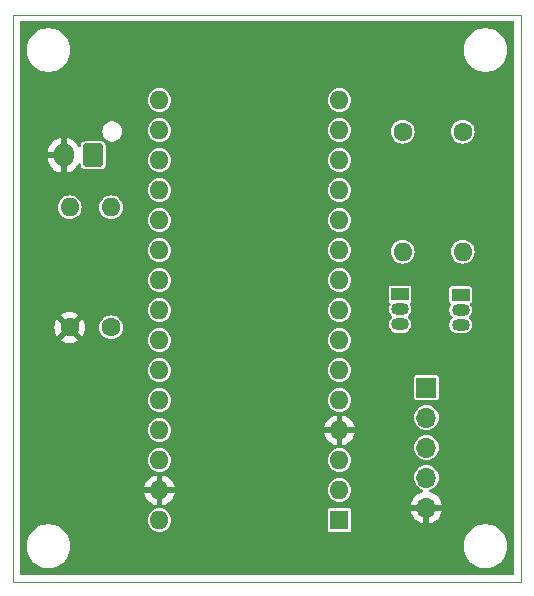
<source format=gbr>
%TF.GenerationSoftware,KiCad,Pcbnew,8.0.5*%
%TF.CreationDate,2025-02-08T21:47:33+08:00*%
%TF.ProjectId,arduino_solar_bikelight_1,61726475-696e-46f5-9f73-6f6c61725f62,rev?*%
%TF.SameCoordinates,Original*%
%TF.FileFunction,Copper,L1,Top*%
%TF.FilePolarity,Positive*%
%FSLAX46Y46*%
G04 Gerber Fmt 4.6, Leading zero omitted, Abs format (unit mm)*
G04 Created by KiCad (PCBNEW 8.0.5) date 2025-02-08 21:47:33*
%MOMM*%
%LPD*%
G01*
G04 APERTURE LIST*
G04 Aperture macros list*
%AMRoundRect*
0 Rectangle with rounded corners*
0 $1 Rounding radius*
0 $2 $3 $4 $5 $6 $7 $8 $9 X,Y pos of 4 corners*
0 Add a 4 corners polygon primitive as box body*
4,1,4,$2,$3,$4,$5,$6,$7,$8,$9,$2,$3,0*
0 Add four circle primitives for the rounded corners*
1,1,$1+$1,$2,$3*
1,1,$1+$1,$4,$5*
1,1,$1+$1,$6,$7*
1,1,$1+$1,$8,$9*
0 Add four rect primitives between the rounded corners*
20,1,$1+$1,$2,$3,$4,$5,0*
20,1,$1+$1,$4,$5,$6,$7,0*
20,1,$1+$1,$6,$7,$8,$9,0*
20,1,$1+$1,$8,$9,$2,$3,0*%
G04 Aperture macros list end*
%TA.AperFunction,ComponentPad*%
%ADD10RoundRect,0.250000X0.600000X0.750000X-0.600000X0.750000X-0.600000X-0.750000X0.600000X-0.750000X0*%
%TD*%
%TA.AperFunction,ComponentPad*%
%ADD11O,1.700000X2.000000*%
%TD*%
%TA.AperFunction,ComponentPad*%
%ADD12C,1.600000*%
%TD*%
%TA.AperFunction,ComponentPad*%
%ADD13O,1.600000X1.600000*%
%TD*%
%TA.AperFunction,ComponentPad*%
%ADD14R,1.600000X1.600000*%
%TD*%
%TA.AperFunction,ComponentPad*%
%ADD15R,1.500000X1.050000*%
%TD*%
%TA.AperFunction,ComponentPad*%
%ADD16O,1.500000X1.050000*%
%TD*%
%TA.AperFunction,ComponentPad*%
%ADD17R,1.700000X1.700000*%
%TD*%
%TA.AperFunction,ComponentPad*%
%ADD18O,1.700000X1.700000*%
%TD*%
%TA.AperFunction,ViaPad*%
%ADD19C,0.600000*%
%TD*%
%TA.AperFunction,Profile*%
%ADD20C,0.050000*%
%TD*%
G04 APERTURE END LIST*
D10*
%TO.P,J1,1,Pin_1*%
%TO.N,+BATT*%
X148245000Y-70295000D03*
D11*
%TO.P,J1,2,Pin_2*%
%TO.N,-BATT*%
X145745000Y-70295000D03*
%TD*%
D12*
%TO.P,R1,1*%
%TO.N,+BATT*%
X149745000Y-84875000D03*
D13*
%TO.P,R1,2*%
%TO.N,/BAT_PIN*%
X149745000Y-74715000D03*
%TD*%
%TO.P,R2,2*%
%TO.N,/BAT_PIN*%
X146245000Y-74715000D03*
D12*
%TO.P,R2,1*%
%TO.N,-BATT*%
X146245000Y-84875000D03*
%TD*%
D13*
%TO.P,A1,30,VIN*%
%TO.N,unconnected-(A1-VIN-Pad30)*%
X153845000Y-101195000D03*
%TO.P,A1,29,GND*%
%TO.N,-BATT*%
X153845000Y-98655000D03*
%TO.P,A1,28,~{RESET}*%
%TO.N,unconnected-(A1-~{RESET}-Pad28)*%
X153845000Y-96115000D03*
%TO.P,A1,27,+5V*%
%TO.N,+BATT*%
X153845000Y-93575000D03*
%TO.P,A1,26,A7*%
%TO.N,unconnected-(A1-A7-Pad26)*%
X153845000Y-91035000D03*
%TO.P,A1,25,A6*%
%TO.N,unconnected-(A1-A6-Pad25)*%
X153845000Y-88495000D03*
%TO.P,A1,24,A5*%
%TO.N,unconnected-(A1-A5-Pad24)*%
X153845000Y-85955000D03*
%TO.P,A1,23,A4*%
%TO.N,unconnected-(A1-A4-Pad23)*%
X153845000Y-83415000D03*
%TO.P,A1,22,A3*%
%TO.N,unconnected-(A1-A3-Pad22)*%
X153845000Y-80875000D03*
%TO.P,A1,21,A2*%
%TO.N,unconnected-(A1-A2-Pad21)*%
X153845000Y-78335000D03*
%TO.P,A1,20,A1*%
%TO.N,/BAT_PIN*%
X153845000Y-75795000D03*
%TO.P,A1,19,A0*%
%TO.N,unconnected-(A1-A0-Pad19)*%
X153845000Y-73255000D03*
%TO.P,A1,18,AREF*%
%TO.N,unconnected-(A1-AREF-Pad18)*%
X153845000Y-70715000D03*
%TO.P,A1,17,3V3*%
%TO.N,unconnected-(A1-3V3-Pad17)*%
X153845000Y-68175000D03*
%TO.P,A1,16,D13*%
%TO.N,unconnected-(A1-D13-Pad16)*%
X153845000Y-65635000D03*
%TO.P,A1,15,D12*%
%TO.N,unconnected-(A1-D12-Pad15)*%
X169085000Y-65635000D03*
%TO.P,A1,14,D11*%
%TO.N,unconnected-(A1-D11-Pad14)*%
X169085000Y-68175000D03*
%TO.P,A1,13,D10*%
%TO.N,unconnected-(A1-D10-Pad13)*%
X169085000Y-70715000D03*
%TO.P,A1,12,D9*%
%TO.N,unconnected-(A1-D9-Pad12)*%
X169085000Y-73255000D03*
%TO.P,A1,11,D8*%
%TO.N,unconnected-(A1-D8-Pad11)*%
X169085000Y-75795000D03*
%TO.P,A1,10,D7*%
%TO.N,unconnected-(A1-D7-Pad10)*%
X169085000Y-78335000D03*
%TO.P,A1,9,D6*%
%TO.N,/HIGH_LED_PIN*%
X169085000Y-80875000D03*
%TO.P,A1,8,D5*%
%TO.N,/CHARGING_LED_PIN*%
X169085000Y-83415000D03*
%TO.P,A1,7,D4*%
%TO.N,/LOW_LED_PIN*%
X169085000Y-85955000D03*
%TO.P,A1,6,D3*%
%TO.N,unconnected-(A1-D3-Pad6)*%
X169085000Y-88495000D03*
%TO.P,A1,5,D2*%
%TO.N,/BUTTON_PIN*%
X169085000Y-91035000D03*
%TO.P,A1,4,GND*%
%TO.N,-BATT*%
X169085000Y-93575000D03*
%TO.P,A1,3,~{RESET}*%
%TO.N,unconnected-(A1-~{RESET}-Pad3)*%
X169085000Y-96115000D03*
%TO.P,A1,2,D0/RX*%
%TO.N,unconnected-(A1-D0{slash}RX-Pad2)*%
X169085000Y-98655000D03*
D14*
%TO.P,A1,1,D1/TX*%
%TO.N,unconnected-(A1-D1{slash}TX-Pad1)*%
X169085000Y-101195000D03*
%TD*%
D15*
%TO.P,Q2,1,E*%
%TO.N,/LOW_LED_OUT*%
X174215000Y-82085000D03*
D16*
%TO.P,Q2,2,B*%
%TO.N,Net-(Q2-B)*%
X174215000Y-83355000D03*
%TO.P,Q2,3,C*%
%TO.N,+BATT*%
X174215000Y-84625000D03*
%TD*%
D15*
%TO.P,Q1,1,E*%
%TO.N,/HIGH_LED_OUT+*%
X179345000Y-82125000D03*
D16*
%TO.P,Q1,2,B*%
%TO.N,Net-(Q1-B)*%
X179345000Y-83395000D03*
%TO.P,Q1,3,C*%
%TO.N,+BATT*%
X179345000Y-84665000D03*
%TD*%
D17*
%TO.P,J4,1,Pin_1*%
%TO.N,/LOW_LED_OUT*%
X176445000Y-89975000D03*
D18*
%TO.P,J4,2,Pin_2*%
%TO.N,/HIGH_LED_OUT+*%
X176445000Y-92515000D03*
%TO.P,J4,3,Pin_3*%
%TO.N,/CHARGING_LED_PIN*%
X176445000Y-95055000D03*
%TO.P,J4,4,Pin_4*%
%TO.N,/BUTTON_PIN*%
X176445000Y-97595000D03*
%TO.P,J4,5,Pin_5*%
%TO.N,-BATT*%
X176445000Y-100135000D03*
%TD*%
D12*
%TO.P,R3,1*%
%TO.N,/LOW_LED_PIN*%
X179515000Y-68315000D03*
D13*
%TO.P,R3,2*%
%TO.N,Net-(Q1-B)*%
X179515000Y-78475000D03*
%TD*%
D12*
%TO.P,R4,1*%
%TO.N,/HIGH_LED_PIN*%
X174445000Y-68315000D03*
D13*
%TO.P,R4,2*%
%TO.N,Net-(Q2-B)*%
X174445000Y-78475000D03*
%TD*%
D19*
%TO.N,-BATT*%
X176445000Y-78395000D03*
%TD*%
%TA.AperFunction,Conductor*%
%TO.N,-BATT*%
G36*
X183837539Y-58965185D02*
G01*
X183883294Y-59017989D01*
X183894500Y-59069500D01*
X183894500Y-105720500D01*
X183874815Y-105787539D01*
X183822011Y-105833294D01*
X183770500Y-105844500D01*
X142119500Y-105844500D01*
X142052461Y-105824815D01*
X142006706Y-105772011D01*
X141995500Y-105720500D01*
X141995500Y-103273711D01*
X142594500Y-103273711D01*
X142594500Y-103516288D01*
X142626161Y-103756785D01*
X142688947Y-103991104D01*
X142781773Y-104215205D01*
X142781776Y-104215212D01*
X142903064Y-104425289D01*
X142903066Y-104425292D01*
X142903067Y-104425293D01*
X143050733Y-104617736D01*
X143050739Y-104617743D01*
X143222256Y-104789260D01*
X143222262Y-104789265D01*
X143414711Y-104936936D01*
X143624788Y-105058224D01*
X143848900Y-105151054D01*
X144083211Y-105213838D01*
X144263586Y-105237584D01*
X144323711Y-105245500D01*
X144323712Y-105245500D01*
X144566289Y-105245500D01*
X144614388Y-105239167D01*
X144806789Y-105213838D01*
X145041100Y-105151054D01*
X145265212Y-105058224D01*
X145475289Y-104936936D01*
X145667738Y-104789265D01*
X145839265Y-104617738D01*
X145986936Y-104425289D01*
X146108224Y-104215212D01*
X146201054Y-103991100D01*
X146263838Y-103756789D01*
X146295500Y-103516288D01*
X146295500Y-103273712D01*
X146295500Y-103273711D01*
X179594500Y-103273711D01*
X179594500Y-103516288D01*
X179626161Y-103756785D01*
X179688947Y-103991104D01*
X179781773Y-104215205D01*
X179781776Y-104215212D01*
X179903064Y-104425289D01*
X179903066Y-104425292D01*
X179903067Y-104425293D01*
X180050733Y-104617736D01*
X180050739Y-104617743D01*
X180222256Y-104789260D01*
X180222262Y-104789265D01*
X180414711Y-104936936D01*
X180624788Y-105058224D01*
X180848900Y-105151054D01*
X181083211Y-105213838D01*
X181263586Y-105237584D01*
X181323711Y-105245500D01*
X181323712Y-105245500D01*
X181566289Y-105245500D01*
X181614388Y-105239167D01*
X181806789Y-105213838D01*
X182041100Y-105151054D01*
X182265212Y-105058224D01*
X182475289Y-104936936D01*
X182667738Y-104789265D01*
X182839265Y-104617738D01*
X182986936Y-104425289D01*
X183108224Y-104215212D01*
X183201054Y-103991100D01*
X183263838Y-103756789D01*
X183295500Y-103516288D01*
X183295500Y-103273712D01*
X183263838Y-103033211D01*
X183201054Y-102798900D01*
X183108224Y-102574788D01*
X182986936Y-102364711D01*
X182857096Y-102195500D01*
X182839266Y-102172263D01*
X182839260Y-102172256D01*
X182667743Y-102000739D01*
X182667736Y-102000733D01*
X182475293Y-101853067D01*
X182475292Y-101853066D01*
X182475289Y-101853064D01*
X182265212Y-101731776D01*
X182265205Y-101731773D01*
X182041104Y-101638947D01*
X181820116Y-101579733D01*
X181806789Y-101576162D01*
X181806788Y-101576161D01*
X181806785Y-101576161D01*
X181566289Y-101544500D01*
X181566288Y-101544500D01*
X181323712Y-101544500D01*
X181323711Y-101544500D01*
X181083214Y-101576161D01*
X180848895Y-101638947D01*
X180624794Y-101731773D01*
X180624785Y-101731777D01*
X180414706Y-101853067D01*
X180222263Y-102000733D01*
X180222256Y-102000739D01*
X180050739Y-102172256D01*
X180050733Y-102172263D01*
X179903067Y-102364706D01*
X179781777Y-102574785D01*
X179781773Y-102574794D01*
X179688947Y-102798895D01*
X179626161Y-103033214D01*
X179594500Y-103273711D01*
X146295500Y-103273711D01*
X146263838Y-103033211D01*
X146201054Y-102798900D01*
X146108224Y-102574788D01*
X145986936Y-102364711D01*
X145857096Y-102195500D01*
X145839266Y-102172263D01*
X145839260Y-102172256D01*
X145667743Y-102000739D01*
X145667736Y-102000733D01*
X145475293Y-101853067D01*
X145475292Y-101853066D01*
X145475289Y-101853064D01*
X145265212Y-101731776D01*
X145265205Y-101731773D01*
X145041104Y-101638947D01*
X144820116Y-101579733D01*
X144806789Y-101576162D01*
X144806788Y-101576161D01*
X144806785Y-101576161D01*
X144566289Y-101544500D01*
X144566288Y-101544500D01*
X144323712Y-101544500D01*
X144323711Y-101544500D01*
X144083214Y-101576161D01*
X143848895Y-101638947D01*
X143624794Y-101731773D01*
X143624785Y-101731777D01*
X143414706Y-101853067D01*
X143222263Y-102000733D01*
X143222256Y-102000739D01*
X143050739Y-102172256D01*
X143050733Y-102172263D01*
X142903067Y-102364706D01*
X142781777Y-102574785D01*
X142781773Y-102574794D01*
X142688947Y-102798895D01*
X142626161Y-103033214D01*
X142594500Y-103273711D01*
X141995500Y-103273711D01*
X141995500Y-101195000D01*
X152839659Y-101195000D01*
X152858975Y-101391129D01*
X152916188Y-101579733D01*
X153009086Y-101753532D01*
X153009090Y-101753539D01*
X153134116Y-101905883D01*
X153286460Y-102030909D01*
X153286467Y-102030913D01*
X153460266Y-102123811D01*
X153460269Y-102123811D01*
X153460273Y-102123814D01*
X153648868Y-102181024D01*
X153845000Y-102200341D01*
X154041132Y-102181024D01*
X154229727Y-102123814D01*
X154403538Y-102030910D01*
X154555883Y-101905883D01*
X154680910Y-101753538D01*
X154773814Y-101579727D01*
X154831024Y-101391132D01*
X154850341Y-101195000D01*
X154831024Y-100998868D01*
X154773814Y-100810273D01*
X154773811Y-100810269D01*
X154773811Y-100810266D01*
X154680913Y-100636467D01*
X154680909Y-100636460D01*
X154555883Y-100484116D01*
X154423226Y-100375247D01*
X168084500Y-100375247D01*
X168084500Y-102014752D01*
X168096131Y-102073229D01*
X168096132Y-102073230D01*
X168140447Y-102139552D01*
X168206769Y-102183867D01*
X168206770Y-102183868D01*
X168265247Y-102195499D01*
X168265250Y-102195500D01*
X168265252Y-102195500D01*
X169904750Y-102195500D01*
X169904751Y-102195499D01*
X169919568Y-102192552D01*
X169963229Y-102183868D01*
X169963229Y-102183867D01*
X169963231Y-102183867D01*
X170029552Y-102139552D01*
X170073867Y-102073231D01*
X170073867Y-102073229D01*
X170073868Y-102073229D01*
X170085499Y-102014752D01*
X170085500Y-102014750D01*
X170085500Y-100375249D01*
X170085499Y-100375247D01*
X170073868Y-100316770D01*
X170073867Y-100316769D01*
X170029552Y-100250447D01*
X169963230Y-100206132D01*
X169963229Y-100206131D01*
X169904752Y-100194500D01*
X169904748Y-100194500D01*
X168265252Y-100194500D01*
X168265247Y-100194500D01*
X168206770Y-100206131D01*
X168206769Y-100206132D01*
X168140447Y-100250447D01*
X168096132Y-100316769D01*
X168096131Y-100316770D01*
X168084500Y-100375247D01*
X154423226Y-100375247D01*
X154403539Y-100359090D01*
X154403532Y-100359086D01*
X154229733Y-100266188D01*
X154229727Y-100266186D01*
X154041132Y-100208976D01*
X154041129Y-100208975D01*
X153845000Y-100189659D01*
X153648870Y-100208975D01*
X153460266Y-100266188D01*
X153286467Y-100359086D01*
X153286460Y-100359090D01*
X153134116Y-100484116D01*
X153009090Y-100636460D01*
X153009086Y-100636467D01*
X152916188Y-100810266D01*
X152858975Y-100998870D01*
X152839659Y-101195000D01*
X141995500Y-101195000D01*
X141995500Y-98404999D01*
X152566127Y-98404999D01*
X152566128Y-98405000D01*
X153411988Y-98405000D01*
X153379075Y-98462007D01*
X153345000Y-98589174D01*
X153345000Y-98720826D01*
X153379075Y-98847993D01*
X153411988Y-98905000D01*
X152566128Y-98905000D01*
X152618730Y-99101317D01*
X152618734Y-99101326D01*
X152714865Y-99307482D01*
X152845342Y-99493820D01*
X153006179Y-99654657D01*
X153192517Y-99785134D01*
X153398673Y-99881265D01*
X153398682Y-99881269D01*
X153594999Y-99933872D01*
X153595000Y-99933871D01*
X153595000Y-99088012D01*
X153652007Y-99120925D01*
X153779174Y-99155000D01*
X153910826Y-99155000D01*
X154037993Y-99120925D01*
X154095000Y-99088012D01*
X154095000Y-99933872D01*
X154277396Y-99884999D01*
X175114364Y-99884999D01*
X175114364Y-99885000D01*
X176011988Y-99885000D01*
X175979075Y-99942007D01*
X175945000Y-100069174D01*
X175945000Y-100200826D01*
X175979075Y-100327993D01*
X176011988Y-100385000D01*
X175114364Y-100385000D01*
X175171567Y-100598486D01*
X175171570Y-100598492D01*
X175271399Y-100812578D01*
X175406894Y-101006082D01*
X175573917Y-101173105D01*
X175767421Y-101308600D01*
X175981507Y-101408429D01*
X175981516Y-101408433D01*
X176195000Y-101465634D01*
X176195000Y-100568012D01*
X176252007Y-100600925D01*
X176379174Y-100635000D01*
X176510826Y-100635000D01*
X176637993Y-100600925D01*
X176695000Y-100568012D01*
X176695000Y-101465633D01*
X176908483Y-101408433D01*
X176908492Y-101408429D01*
X177122578Y-101308600D01*
X177316082Y-101173105D01*
X177483105Y-101006082D01*
X177618600Y-100812578D01*
X177718429Y-100598492D01*
X177718432Y-100598486D01*
X177775636Y-100385000D01*
X176878012Y-100385000D01*
X176910925Y-100327993D01*
X176945000Y-100200826D01*
X176945000Y-100069174D01*
X176910925Y-99942007D01*
X176878012Y-99885000D01*
X177775636Y-99885000D01*
X177775635Y-99884999D01*
X177718432Y-99671513D01*
X177718429Y-99671507D01*
X177618600Y-99457422D01*
X177618599Y-99457420D01*
X177483113Y-99263926D01*
X177483108Y-99263920D01*
X177316082Y-99096894D01*
X177122578Y-98961399D01*
X176908492Y-98861570D01*
X176908486Y-98861567D01*
X176786349Y-98828841D01*
X176726689Y-98792476D01*
X176696160Y-98729629D01*
X176704455Y-98660253D01*
X176748940Y-98606375D01*
X176782444Y-98590407D01*
X176848954Y-98570232D01*
X177031450Y-98472685D01*
X177191410Y-98341410D01*
X177322685Y-98181450D01*
X177420232Y-97998954D01*
X177480300Y-97800934D01*
X177500583Y-97595000D01*
X177480300Y-97389066D01*
X177420232Y-97191046D01*
X177322685Y-97008550D01*
X177270702Y-96945209D01*
X177191410Y-96848589D01*
X177031452Y-96717317D01*
X177031453Y-96717317D01*
X177031450Y-96717315D01*
X176848954Y-96619768D01*
X176650934Y-96559700D01*
X176650932Y-96559699D01*
X176650934Y-96559699D01*
X176445000Y-96539417D01*
X176239067Y-96559699D01*
X176041043Y-96619769D01*
X175940450Y-96673538D01*
X175858550Y-96717315D01*
X175858548Y-96717316D01*
X175858547Y-96717317D01*
X175698589Y-96848589D01*
X175567317Y-97008547D01*
X175567315Y-97008550D01*
X175548466Y-97043814D01*
X175469769Y-97191043D01*
X175409699Y-97389067D01*
X175389417Y-97595000D01*
X175409699Y-97800932D01*
X175409700Y-97800934D01*
X175469768Y-97998954D01*
X175567315Y-98181450D01*
X175567317Y-98181452D01*
X175698589Y-98341410D01*
X175706611Y-98347993D01*
X175858550Y-98472685D01*
X176041046Y-98570232D01*
X176107551Y-98590405D01*
X176165989Y-98628702D01*
X176194446Y-98692514D01*
X176183887Y-98761581D01*
X176137663Y-98813975D01*
X176103650Y-98828841D01*
X175981514Y-98861567D01*
X175981507Y-98861570D01*
X175767422Y-98961399D01*
X175767420Y-98961400D01*
X175573926Y-99096886D01*
X175573920Y-99096891D01*
X175406891Y-99263920D01*
X175406886Y-99263926D01*
X175271400Y-99457420D01*
X175271399Y-99457422D01*
X175171570Y-99671507D01*
X175171567Y-99671513D01*
X175114364Y-99884999D01*
X154277396Y-99884999D01*
X154291317Y-99881269D01*
X154291326Y-99881265D01*
X154497482Y-99785134D01*
X154683820Y-99654657D01*
X154844657Y-99493820D01*
X154975134Y-99307482D01*
X155071265Y-99101326D01*
X155071269Y-99101317D01*
X155123872Y-98905000D01*
X154278012Y-98905000D01*
X154310925Y-98847993D01*
X154345000Y-98720826D01*
X154345000Y-98655000D01*
X168079659Y-98655000D01*
X168098975Y-98851129D01*
X168156188Y-99039733D01*
X168249086Y-99213532D01*
X168249090Y-99213539D01*
X168374116Y-99365883D01*
X168526460Y-99490909D01*
X168526467Y-99490913D01*
X168700266Y-99583811D01*
X168700269Y-99583811D01*
X168700273Y-99583814D01*
X168888868Y-99641024D01*
X169085000Y-99660341D01*
X169281132Y-99641024D01*
X169469727Y-99583814D01*
X169643538Y-99490910D01*
X169795883Y-99365883D01*
X169920910Y-99213538D01*
X169983262Y-99096886D01*
X170013811Y-99039733D01*
X170013811Y-99039732D01*
X170013814Y-99039727D01*
X170071024Y-98851132D01*
X170090341Y-98655000D01*
X170071024Y-98458868D01*
X170013814Y-98270273D01*
X170013811Y-98270269D01*
X170013811Y-98270266D01*
X169920913Y-98096467D01*
X169920909Y-98096460D01*
X169795883Y-97944116D01*
X169643539Y-97819090D01*
X169643532Y-97819086D01*
X169469733Y-97726188D01*
X169469727Y-97726186D01*
X169281132Y-97668976D01*
X169281129Y-97668975D01*
X169085000Y-97649659D01*
X168888870Y-97668975D01*
X168700266Y-97726188D01*
X168526467Y-97819086D01*
X168526460Y-97819090D01*
X168374116Y-97944116D01*
X168249090Y-98096460D01*
X168249086Y-98096467D01*
X168156188Y-98270266D01*
X168098975Y-98458870D01*
X168079659Y-98655000D01*
X154345000Y-98655000D01*
X154345000Y-98589174D01*
X154310925Y-98462007D01*
X154278012Y-98405000D01*
X155123872Y-98405000D01*
X155123872Y-98404999D01*
X155071269Y-98208682D01*
X155071265Y-98208673D01*
X154975134Y-98002517D01*
X154844657Y-97816179D01*
X154683820Y-97655342D01*
X154497482Y-97524865D01*
X154291328Y-97428734D01*
X154095000Y-97376127D01*
X154095000Y-98221988D01*
X154037993Y-98189075D01*
X153910826Y-98155000D01*
X153779174Y-98155000D01*
X153652007Y-98189075D01*
X153595000Y-98221988D01*
X153595000Y-97376127D01*
X153398671Y-97428734D01*
X153192517Y-97524865D01*
X153006179Y-97655342D01*
X152845342Y-97816179D01*
X152714865Y-98002517D01*
X152618734Y-98208673D01*
X152618730Y-98208682D01*
X152566127Y-98404999D01*
X141995500Y-98404999D01*
X141995500Y-96115000D01*
X152839659Y-96115000D01*
X152858975Y-96311129D01*
X152916188Y-96499733D01*
X153009086Y-96673532D01*
X153009090Y-96673539D01*
X153134116Y-96825883D01*
X153286460Y-96950909D01*
X153286467Y-96950913D01*
X153460266Y-97043811D01*
X153460269Y-97043811D01*
X153460273Y-97043814D01*
X153648868Y-97101024D01*
X153845000Y-97120341D01*
X154041132Y-97101024D01*
X154229727Y-97043814D01*
X154403538Y-96950910D01*
X154555883Y-96825883D01*
X154680910Y-96673538D01*
X154773814Y-96499727D01*
X154831024Y-96311132D01*
X154850341Y-96115000D01*
X168079659Y-96115000D01*
X168098975Y-96311129D01*
X168156188Y-96499733D01*
X168249086Y-96673532D01*
X168249090Y-96673539D01*
X168374116Y-96825883D01*
X168526460Y-96950909D01*
X168526467Y-96950913D01*
X168700266Y-97043811D01*
X168700269Y-97043811D01*
X168700273Y-97043814D01*
X168888868Y-97101024D01*
X169085000Y-97120341D01*
X169281132Y-97101024D01*
X169469727Y-97043814D01*
X169643538Y-96950910D01*
X169795883Y-96825883D01*
X169920910Y-96673538D01*
X170013814Y-96499727D01*
X170071024Y-96311132D01*
X170090341Y-96115000D01*
X170071024Y-95918868D01*
X170013814Y-95730273D01*
X170013811Y-95730269D01*
X170013811Y-95730266D01*
X169920913Y-95556467D01*
X169920909Y-95556460D01*
X169795883Y-95404116D01*
X169643539Y-95279090D01*
X169643532Y-95279086D01*
X169469733Y-95186188D01*
X169469727Y-95186186D01*
X169281132Y-95128976D01*
X169281129Y-95128975D01*
X169085000Y-95109659D01*
X168888870Y-95128975D01*
X168700266Y-95186188D01*
X168526467Y-95279086D01*
X168526460Y-95279090D01*
X168374116Y-95404116D01*
X168249090Y-95556460D01*
X168249086Y-95556467D01*
X168156188Y-95730266D01*
X168098975Y-95918870D01*
X168079659Y-96115000D01*
X154850341Y-96115000D01*
X154831024Y-95918868D01*
X154773814Y-95730273D01*
X154773811Y-95730269D01*
X154773811Y-95730266D01*
X154680913Y-95556467D01*
X154680909Y-95556460D01*
X154555883Y-95404116D01*
X154403539Y-95279090D01*
X154403532Y-95279086D01*
X154229733Y-95186188D01*
X154229727Y-95186186D01*
X154041132Y-95128976D01*
X154041129Y-95128975D01*
X153845000Y-95109659D01*
X153648870Y-95128975D01*
X153460266Y-95186188D01*
X153286467Y-95279086D01*
X153286460Y-95279090D01*
X153134116Y-95404116D01*
X153009090Y-95556460D01*
X153009086Y-95556467D01*
X152916188Y-95730266D01*
X152858975Y-95918870D01*
X152839659Y-96115000D01*
X141995500Y-96115000D01*
X141995500Y-95055000D01*
X175389417Y-95055000D01*
X175409699Y-95260932D01*
X175409700Y-95260934D01*
X175469768Y-95458954D01*
X175567315Y-95641450D01*
X175567317Y-95641452D01*
X175698589Y-95801410D01*
X175795209Y-95880702D01*
X175858550Y-95932685D01*
X176041046Y-96030232D01*
X176239066Y-96090300D01*
X176239065Y-96090300D01*
X176257529Y-96092118D01*
X176445000Y-96110583D01*
X176650934Y-96090300D01*
X176848954Y-96030232D01*
X177031450Y-95932685D01*
X177191410Y-95801410D01*
X177322685Y-95641450D01*
X177420232Y-95458954D01*
X177480300Y-95260934D01*
X177500583Y-95055000D01*
X177480300Y-94849066D01*
X177420232Y-94651046D01*
X177322685Y-94468550D01*
X177270702Y-94405209D01*
X177191410Y-94308589D01*
X177031452Y-94177317D01*
X177031453Y-94177317D01*
X177031450Y-94177315D01*
X176848954Y-94079768D01*
X176650934Y-94019700D01*
X176650932Y-94019699D01*
X176650934Y-94019699D01*
X176445000Y-93999417D01*
X176239067Y-94019699D01*
X176041043Y-94079769D01*
X175940450Y-94133538D01*
X175858550Y-94177315D01*
X175858548Y-94177316D01*
X175858547Y-94177317D01*
X175698589Y-94308589D01*
X175612230Y-94413820D01*
X175567315Y-94468550D01*
X175548466Y-94503814D01*
X175469769Y-94651043D01*
X175409699Y-94849067D01*
X175389417Y-95055000D01*
X141995500Y-95055000D01*
X141995500Y-93575000D01*
X152839659Y-93575000D01*
X152858975Y-93771129D01*
X152916188Y-93959733D01*
X153009086Y-94133532D01*
X153009090Y-94133539D01*
X153134116Y-94285883D01*
X153286460Y-94410909D01*
X153286467Y-94410913D01*
X153460266Y-94503811D01*
X153460269Y-94503811D01*
X153460273Y-94503814D01*
X153648868Y-94561024D01*
X153845000Y-94580341D01*
X154041132Y-94561024D01*
X154229727Y-94503814D01*
X154403538Y-94410910D01*
X154555883Y-94285883D01*
X154680910Y-94133538D01*
X154752599Y-93999417D01*
X154773811Y-93959733D01*
X154773811Y-93959732D01*
X154773814Y-93959727D01*
X154831024Y-93771132D01*
X154850341Y-93575000D01*
X154831024Y-93378868D01*
X154814683Y-93324999D01*
X167806127Y-93324999D01*
X167806128Y-93325000D01*
X168651988Y-93325000D01*
X168619075Y-93382007D01*
X168585000Y-93509174D01*
X168585000Y-93640826D01*
X168619075Y-93767993D01*
X168651988Y-93825000D01*
X167806128Y-93825000D01*
X167858730Y-94021317D01*
X167858734Y-94021326D01*
X167954865Y-94227482D01*
X168085342Y-94413820D01*
X168246179Y-94574657D01*
X168432517Y-94705134D01*
X168638673Y-94801265D01*
X168638682Y-94801269D01*
X168834999Y-94853872D01*
X168835000Y-94853871D01*
X168835000Y-94008012D01*
X168892007Y-94040925D01*
X169019174Y-94075000D01*
X169150826Y-94075000D01*
X169277993Y-94040925D01*
X169335000Y-94008012D01*
X169335000Y-94853872D01*
X169531317Y-94801269D01*
X169531326Y-94801265D01*
X169737482Y-94705134D01*
X169923820Y-94574657D01*
X170084657Y-94413820D01*
X170215134Y-94227482D01*
X170311265Y-94021326D01*
X170311269Y-94021317D01*
X170363872Y-93825000D01*
X169518012Y-93825000D01*
X169550925Y-93767993D01*
X169585000Y-93640826D01*
X169585000Y-93509174D01*
X169550925Y-93382007D01*
X169518012Y-93325000D01*
X170363872Y-93325000D01*
X170363872Y-93324999D01*
X170311269Y-93128682D01*
X170311265Y-93128673D01*
X170215134Y-92922517D01*
X170084657Y-92736179D01*
X169923820Y-92575342D01*
X169837644Y-92515000D01*
X175389417Y-92515000D01*
X175409699Y-92720932D01*
X175409700Y-92720934D01*
X175469768Y-92918954D01*
X175567315Y-93101450D01*
X175567317Y-93101452D01*
X175698589Y-93261410D01*
X175706611Y-93267993D01*
X175858550Y-93392685D01*
X176041046Y-93490232D01*
X176239066Y-93550300D01*
X176239065Y-93550300D01*
X176257529Y-93552118D01*
X176445000Y-93570583D01*
X176650934Y-93550300D01*
X176848954Y-93490232D01*
X177031450Y-93392685D01*
X177191410Y-93261410D01*
X177322685Y-93101450D01*
X177420232Y-92918954D01*
X177480300Y-92720934D01*
X177500583Y-92515000D01*
X177480300Y-92309066D01*
X177420232Y-92111046D01*
X177322685Y-91928550D01*
X177270702Y-91865209D01*
X177191410Y-91768589D01*
X177031452Y-91637317D01*
X177031453Y-91637317D01*
X177031450Y-91637315D01*
X176848954Y-91539768D01*
X176650934Y-91479700D01*
X176650932Y-91479699D01*
X176650934Y-91479699D01*
X176445000Y-91459417D01*
X176239067Y-91479699D01*
X176041043Y-91539769D01*
X175940450Y-91593538D01*
X175858550Y-91637315D01*
X175858548Y-91637316D01*
X175858547Y-91637317D01*
X175698589Y-91768589D01*
X175567317Y-91928547D01*
X175567315Y-91928550D01*
X175548466Y-91963814D01*
X175469769Y-92111043D01*
X175409699Y-92309067D01*
X175389417Y-92515000D01*
X169837644Y-92515000D01*
X169737482Y-92444865D01*
X169531328Y-92348734D01*
X169335000Y-92296127D01*
X169335000Y-93141988D01*
X169277993Y-93109075D01*
X169150826Y-93075000D01*
X169019174Y-93075000D01*
X168892007Y-93109075D01*
X168835000Y-93141988D01*
X168835000Y-92296127D01*
X168638671Y-92348734D01*
X168432517Y-92444865D01*
X168246179Y-92575342D01*
X168085342Y-92736179D01*
X167954865Y-92922517D01*
X167858734Y-93128673D01*
X167858730Y-93128682D01*
X167806127Y-93324999D01*
X154814683Y-93324999D01*
X154773814Y-93190273D01*
X154773811Y-93190269D01*
X154773811Y-93190266D01*
X154680913Y-93016467D01*
X154680909Y-93016460D01*
X154555883Y-92864116D01*
X154403539Y-92739090D01*
X154403532Y-92739086D01*
X154229733Y-92646188D01*
X154229727Y-92646186D01*
X154041132Y-92588976D01*
X154041129Y-92588975D01*
X153845000Y-92569659D01*
X153648870Y-92588975D01*
X153460266Y-92646188D01*
X153286467Y-92739086D01*
X153286460Y-92739090D01*
X153134116Y-92864116D01*
X153009090Y-93016460D01*
X153009086Y-93016467D01*
X152916188Y-93190266D01*
X152858975Y-93378870D01*
X152839659Y-93575000D01*
X141995500Y-93575000D01*
X141995500Y-91035000D01*
X152839659Y-91035000D01*
X152858975Y-91231129D01*
X152916188Y-91419733D01*
X153009086Y-91593532D01*
X153009090Y-91593539D01*
X153134116Y-91745883D01*
X153286460Y-91870909D01*
X153286467Y-91870913D01*
X153460266Y-91963811D01*
X153460269Y-91963811D01*
X153460273Y-91963814D01*
X153648868Y-92021024D01*
X153845000Y-92040341D01*
X154041132Y-92021024D01*
X154229727Y-91963814D01*
X154403538Y-91870910D01*
X154555883Y-91745883D01*
X154680910Y-91593538D01*
X154773814Y-91419727D01*
X154831024Y-91231132D01*
X154850341Y-91035000D01*
X168079659Y-91035000D01*
X168098975Y-91231129D01*
X168156188Y-91419733D01*
X168249086Y-91593532D01*
X168249090Y-91593539D01*
X168374116Y-91745883D01*
X168526460Y-91870909D01*
X168526467Y-91870913D01*
X168700266Y-91963811D01*
X168700269Y-91963811D01*
X168700273Y-91963814D01*
X168888868Y-92021024D01*
X169085000Y-92040341D01*
X169281132Y-92021024D01*
X169469727Y-91963814D01*
X169643538Y-91870910D01*
X169795883Y-91745883D01*
X169920910Y-91593538D01*
X170013814Y-91419727D01*
X170071024Y-91231132D01*
X170090341Y-91035000D01*
X170071024Y-90838868D01*
X170013814Y-90650273D01*
X170013811Y-90650269D01*
X170013811Y-90650266D01*
X169920913Y-90476467D01*
X169920909Y-90476460D01*
X169795883Y-90324116D01*
X169643539Y-90199090D01*
X169643532Y-90199086D01*
X169469733Y-90106188D01*
X169469727Y-90106186D01*
X169281132Y-90048976D01*
X169281129Y-90048975D01*
X169085000Y-90029659D01*
X168888870Y-90048975D01*
X168700266Y-90106188D01*
X168526467Y-90199086D01*
X168526460Y-90199090D01*
X168374116Y-90324116D01*
X168249090Y-90476460D01*
X168249086Y-90476467D01*
X168156188Y-90650266D01*
X168098975Y-90838870D01*
X168079659Y-91035000D01*
X154850341Y-91035000D01*
X154831024Y-90838868D01*
X154773814Y-90650273D01*
X154773811Y-90650269D01*
X154773811Y-90650266D01*
X154680913Y-90476467D01*
X154680909Y-90476460D01*
X154555883Y-90324116D01*
X154403539Y-90199090D01*
X154403532Y-90199086D01*
X154229733Y-90106188D01*
X154229727Y-90106186D01*
X154041132Y-90048976D01*
X154041129Y-90048975D01*
X153845000Y-90029659D01*
X153648870Y-90048975D01*
X153460266Y-90106188D01*
X153286467Y-90199086D01*
X153286460Y-90199090D01*
X153134116Y-90324116D01*
X153009090Y-90476460D01*
X153009086Y-90476467D01*
X152916188Y-90650266D01*
X152858975Y-90838870D01*
X152839659Y-91035000D01*
X141995500Y-91035000D01*
X141995500Y-88495000D01*
X152839659Y-88495000D01*
X152858975Y-88691129D01*
X152916188Y-88879733D01*
X153009086Y-89053532D01*
X153009090Y-89053539D01*
X153134116Y-89205883D01*
X153286460Y-89330909D01*
X153286467Y-89330913D01*
X153460266Y-89423811D01*
X153460269Y-89423811D01*
X153460273Y-89423814D01*
X153648868Y-89481024D01*
X153845000Y-89500341D01*
X154041132Y-89481024D01*
X154229727Y-89423814D01*
X154403538Y-89330910D01*
X154555883Y-89205883D01*
X154680910Y-89053538D01*
X154773814Y-88879727D01*
X154831024Y-88691132D01*
X154850341Y-88495000D01*
X168079659Y-88495000D01*
X168098975Y-88691129D01*
X168156188Y-88879733D01*
X168249086Y-89053532D01*
X168249090Y-89053539D01*
X168374116Y-89205883D01*
X168526460Y-89330909D01*
X168526467Y-89330913D01*
X168700266Y-89423811D01*
X168700269Y-89423811D01*
X168700273Y-89423814D01*
X168888868Y-89481024D01*
X169085000Y-89500341D01*
X169281132Y-89481024D01*
X169469727Y-89423814D01*
X169643538Y-89330910D01*
X169795883Y-89205883D01*
X169878473Y-89105247D01*
X175394500Y-89105247D01*
X175394500Y-90844752D01*
X175406131Y-90903229D01*
X175406132Y-90903230D01*
X175450447Y-90969552D01*
X175516769Y-91013867D01*
X175516770Y-91013868D01*
X175575247Y-91025499D01*
X175575250Y-91025500D01*
X175575252Y-91025500D01*
X177314750Y-91025500D01*
X177314751Y-91025499D01*
X177329568Y-91022552D01*
X177373229Y-91013868D01*
X177373229Y-91013867D01*
X177373231Y-91013867D01*
X177439552Y-90969552D01*
X177483867Y-90903231D01*
X177483867Y-90903229D01*
X177483868Y-90903229D01*
X177495499Y-90844752D01*
X177495500Y-90844750D01*
X177495500Y-89105249D01*
X177495499Y-89105247D01*
X177483868Y-89046770D01*
X177483867Y-89046769D01*
X177439552Y-88980447D01*
X177373230Y-88936132D01*
X177373229Y-88936131D01*
X177314752Y-88924500D01*
X177314748Y-88924500D01*
X175575252Y-88924500D01*
X175575247Y-88924500D01*
X175516770Y-88936131D01*
X175516769Y-88936132D01*
X175450447Y-88980447D01*
X175406132Y-89046769D01*
X175406131Y-89046770D01*
X175394500Y-89105247D01*
X169878473Y-89105247D01*
X169920910Y-89053538D01*
X170013814Y-88879727D01*
X170071024Y-88691132D01*
X170090341Y-88495000D01*
X170071024Y-88298868D01*
X170013814Y-88110273D01*
X170013811Y-88110269D01*
X170013811Y-88110266D01*
X169920913Y-87936467D01*
X169920909Y-87936460D01*
X169795883Y-87784116D01*
X169643539Y-87659090D01*
X169643532Y-87659086D01*
X169469733Y-87566188D01*
X169469727Y-87566186D01*
X169281132Y-87508976D01*
X169281129Y-87508975D01*
X169085000Y-87489659D01*
X168888870Y-87508975D01*
X168700266Y-87566188D01*
X168526467Y-87659086D01*
X168526460Y-87659090D01*
X168374116Y-87784116D01*
X168249090Y-87936460D01*
X168249086Y-87936467D01*
X168156188Y-88110266D01*
X168098975Y-88298870D01*
X168079659Y-88495000D01*
X154850341Y-88495000D01*
X154831024Y-88298868D01*
X154773814Y-88110273D01*
X154773811Y-88110269D01*
X154773811Y-88110266D01*
X154680913Y-87936467D01*
X154680909Y-87936460D01*
X154555883Y-87784116D01*
X154403539Y-87659090D01*
X154403532Y-87659086D01*
X154229733Y-87566188D01*
X154229727Y-87566186D01*
X154041132Y-87508976D01*
X154041129Y-87508975D01*
X153845000Y-87489659D01*
X153648870Y-87508975D01*
X153460266Y-87566188D01*
X153286467Y-87659086D01*
X153286460Y-87659090D01*
X153134116Y-87784116D01*
X153009090Y-87936460D01*
X153009086Y-87936467D01*
X152916188Y-88110266D01*
X152858975Y-88298870D01*
X152839659Y-88495000D01*
X141995500Y-88495000D01*
X141995500Y-84874997D01*
X144940034Y-84874997D01*
X144940034Y-84875002D01*
X144959858Y-85101599D01*
X144959860Y-85101610D01*
X145018730Y-85321317D01*
X145018735Y-85321331D01*
X145114863Y-85527478D01*
X145165974Y-85600472D01*
X145845000Y-84921446D01*
X145845000Y-84927661D01*
X145872259Y-85029394D01*
X145924920Y-85120606D01*
X145999394Y-85195080D01*
X146090606Y-85247741D01*
X146192339Y-85275000D01*
X146198553Y-85275000D01*
X145519526Y-85954025D01*
X145592513Y-86005132D01*
X145592521Y-86005136D01*
X145798668Y-86101264D01*
X145798682Y-86101269D01*
X146018389Y-86160139D01*
X146018400Y-86160141D01*
X146244998Y-86179966D01*
X146245002Y-86179966D01*
X146471599Y-86160141D01*
X146471610Y-86160139D01*
X146691317Y-86101269D01*
X146691331Y-86101264D01*
X146897478Y-86005136D01*
X146969077Y-85955000D01*
X152839659Y-85955000D01*
X152858975Y-86151129D01*
X152916188Y-86339733D01*
X153009086Y-86513532D01*
X153009090Y-86513539D01*
X153134116Y-86665883D01*
X153286460Y-86790909D01*
X153286467Y-86790913D01*
X153460266Y-86883811D01*
X153460269Y-86883811D01*
X153460273Y-86883814D01*
X153648868Y-86941024D01*
X153845000Y-86960341D01*
X154041132Y-86941024D01*
X154229727Y-86883814D01*
X154403538Y-86790910D01*
X154555883Y-86665883D01*
X154680910Y-86513538D01*
X154773814Y-86339727D01*
X154831024Y-86151132D01*
X154850341Y-85955000D01*
X168079659Y-85955000D01*
X168098975Y-86151129D01*
X168156188Y-86339733D01*
X168249086Y-86513532D01*
X168249090Y-86513539D01*
X168374116Y-86665883D01*
X168526460Y-86790909D01*
X168526467Y-86790913D01*
X168700266Y-86883811D01*
X168700269Y-86883811D01*
X168700273Y-86883814D01*
X168888868Y-86941024D01*
X169085000Y-86960341D01*
X169281132Y-86941024D01*
X169469727Y-86883814D01*
X169643538Y-86790910D01*
X169795883Y-86665883D01*
X169920910Y-86513538D01*
X170013814Y-86339727D01*
X170071024Y-86151132D01*
X170090341Y-85955000D01*
X170071024Y-85758868D01*
X170013814Y-85570273D01*
X170013811Y-85570269D01*
X170013811Y-85570266D01*
X169920913Y-85396467D01*
X169920909Y-85396460D01*
X169795883Y-85244116D01*
X169643539Y-85119090D01*
X169643532Y-85119086D01*
X169469733Y-85026188D01*
X169469727Y-85026186D01*
X169281132Y-84968976D01*
X169281129Y-84968975D01*
X169085000Y-84949659D01*
X168888870Y-84968975D01*
X168700266Y-85026188D01*
X168526467Y-85119086D01*
X168526460Y-85119090D01*
X168374116Y-85244116D01*
X168249090Y-85396460D01*
X168249086Y-85396467D01*
X168156188Y-85570266D01*
X168098975Y-85758870D01*
X168079659Y-85955000D01*
X154850341Y-85955000D01*
X154831024Y-85758868D01*
X154773814Y-85570273D01*
X154773811Y-85570269D01*
X154773811Y-85570266D01*
X154680913Y-85396467D01*
X154680909Y-85396460D01*
X154555883Y-85244116D01*
X154403539Y-85119090D01*
X154403532Y-85119086D01*
X154229733Y-85026188D01*
X154229727Y-85026186D01*
X154041132Y-84968976D01*
X154041129Y-84968975D01*
X153845000Y-84949659D01*
X153648870Y-84968975D01*
X153460266Y-85026188D01*
X153286467Y-85119086D01*
X153286460Y-85119090D01*
X153134116Y-85244116D01*
X153009090Y-85396460D01*
X153009086Y-85396467D01*
X152916188Y-85570266D01*
X152858975Y-85758870D01*
X152839659Y-85955000D01*
X146969077Y-85955000D01*
X146970471Y-85954024D01*
X146291447Y-85275000D01*
X146297661Y-85275000D01*
X146399394Y-85247741D01*
X146490606Y-85195080D01*
X146565080Y-85120606D01*
X146617741Y-85029394D01*
X146645000Y-84927661D01*
X146645000Y-84921447D01*
X147324024Y-85600471D01*
X147375136Y-85527478D01*
X147471264Y-85321331D01*
X147471269Y-85321317D01*
X147530139Y-85101610D01*
X147530141Y-85101599D01*
X147549966Y-84875002D01*
X147549966Y-84875000D01*
X148739659Y-84875000D01*
X148758975Y-85071129D01*
X148763935Y-85087479D01*
X148811450Y-85244116D01*
X148816188Y-85259733D01*
X148909086Y-85433532D01*
X148909090Y-85433539D01*
X149034116Y-85585883D01*
X149186460Y-85710909D01*
X149186467Y-85710913D01*
X149360266Y-85803811D01*
X149360269Y-85803811D01*
X149360273Y-85803814D01*
X149548868Y-85861024D01*
X149745000Y-85880341D01*
X149941132Y-85861024D01*
X150129727Y-85803814D01*
X150303538Y-85710910D01*
X150455883Y-85585883D01*
X150580910Y-85433538D01*
X150640197Y-85322620D01*
X150673811Y-85259733D01*
X150673811Y-85259732D01*
X150673814Y-85259727D01*
X150731024Y-85071132D01*
X150750341Y-84875000D01*
X150731024Y-84678868D01*
X150673814Y-84490273D01*
X150673811Y-84490269D01*
X150673811Y-84490266D01*
X150580913Y-84316467D01*
X150580909Y-84316460D01*
X150455883Y-84164116D01*
X150303539Y-84039090D01*
X150303532Y-84039086D01*
X150129733Y-83946188D01*
X150129727Y-83946186D01*
X149941132Y-83888976D01*
X149941129Y-83888975D01*
X149745000Y-83869659D01*
X149548870Y-83888975D01*
X149360266Y-83946188D01*
X149186467Y-84039086D01*
X149186460Y-84039090D01*
X149034116Y-84164116D01*
X148909090Y-84316460D01*
X148909086Y-84316467D01*
X148816188Y-84490266D01*
X148758975Y-84678870D01*
X148739659Y-84875000D01*
X147549966Y-84875000D01*
X147549966Y-84874997D01*
X147530141Y-84648400D01*
X147530139Y-84648389D01*
X147471269Y-84428682D01*
X147471264Y-84428668D01*
X147375136Y-84222521D01*
X147375132Y-84222513D01*
X147324025Y-84149526D01*
X146645000Y-84828551D01*
X146645000Y-84822339D01*
X146617741Y-84720606D01*
X146565080Y-84629394D01*
X146490606Y-84554920D01*
X146399394Y-84502259D01*
X146297661Y-84475000D01*
X146291448Y-84475000D01*
X146970472Y-83795974D01*
X146897478Y-83744863D01*
X146691331Y-83648735D01*
X146691317Y-83648730D01*
X146471610Y-83589860D01*
X146471599Y-83589858D01*
X146245002Y-83570034D01*
X146244998Y-83570034D01*
X146018400Y-83589858D01*
X146018389Y-83589860D01*
X145798682Y-83648730D01*
X145798673Y-83648734D01*
X145592516Y-83744866D01*
X145592512Y-83744868D01*
X145519526Y-83795973D01*
X145519526Y-83795974D01*
X146198553Y-84475000D01*
X146192339Y-84475000D01*
X146090606Y-84502259D01*
X145999394Y-84554920D01*
X145924920Y-84629394D01*
X145872259Y-84720606D01*
X145845000Y-84822339D01*
X145845000Y-84828552D01*
X145165974Y-84149526D01*
X145165973Y-84149526D01*
X145114868Y-84222512D01*
X145114866Y-84222516D01*
X145018734Y-84428673D01*
X145018730Y-84428682D01*
X144959860Y-84648389D01*
X144959858Y-84648400D01*
X144940034Y-84874997D01*
X141995500Y-84874997D01*
X141995500Y-83415000D01*
X152839659Y-83415000D01*
X152858975Y-83611129D01*
X152916188Y-83799733D01*
X153009086Y-83973532D01*
X153009090Y-83973539D01*
X153134116Y-84125883D01*
X153286460Y-84250909D01*
X153286467Y-84250913D01*
X153460266Y-84343811D01*
X153460269Y-84343811D01*
X153460273Y-84343814D01*
X153648868Y-84401024D01*
X153845000Y-84420341D01*
X154041132Y-84401024D01*
X154229727Y-84343814D01*
X154403538Y-84250910D01*
X154555883Y-84125883D01*
X154680910Y-83973538D01*
X154764324Y-83817482D01*
X154773811Y-83799733D01*
X154773811Y-83799732D01*
X154773814Y-83799727D01*
X154831024Y-83611132D01*
X154850341Y-83415000D01*
X168079659Y-83415000D01*
X168098975Y-83611129D01*
X168156188Y-83799733D01*
X168249086Y-83973532D01*
X168249090Y-83973539D01*
X168374116Y-84125883D01*
X168526460Y-84250909D01*
X168526467Y-84250913D01*
X168700266Y-84343811D01*
X168700269Y-84343811D01*
X168700273Y-84343814D01*
X168888868Y-84401024D01*
X169085000Y-84420341D01*
X169281132Y-84401024D01*
X169469727Y-84343814D01*
X169643538Y-84250910D01*
X169795883Y-84125883D01*
X169920910Y-83973538D01*
X170004324Y-83817482D01*
X170013811Y-83799733D01*
X170013811Y-83799732D01*
X170013814Y-83799727D01*
X170071024Y-83611132D01*
X170089213Y-83426457D01*
X173264499Y-83426457D01*
X173292379Y-83566614D01*
X173292381Y-83566620D01*
X173347069Y-83698650D01*
X173347074Y-83698659D01*
X173426467Y-83817478D01*
X173426470Y-83817482D01*
X173511307Y-83902319D01*
X173544792Y-83963642D01*
X173539808Y-84033334D01*
X173511307Y-84077681D01*
X173426470Y-84162517D01*
X173426467Y-84162521D01*
X173347074Y-84281340D01*
X173347069Y-84281349D01*
X173292381Y-84413379D01*
X173292379Y-84413385D01*
X173264500Y-84553542D01*
X173264500Y-84553545D01*
X173264500Y-84696455D01*
X173264500Y-84696457D01*
X173264499Y-84696457D01*
X173292379Y-84836614D01*
X173292381Y-84836620D01*
X173347069Y-84968650D01*
X173347074Y-84968659D01*
X173426467Y-85087478D01*
X173426470Y-85087482D01*
X173527517Y-85188529D01*
X173527521Y-85188532D01*
X173646340Y-85267925D01*
X173646346Y-85267928D01*
X173646347Y-85267929D01*
X173778380Y-85322619D01*
X173778384Y-85322619D01*
X173778385Y-85322620D01*
X173918542Y-85350500D01*
X173918545Y-85350500D01*
X174511457Y-85350500D01*
X174605751Y-85331742D01*
X174651620Y-85322619D01*
X174783653Y-85267929D01*
X174902479Y-85188532D01*
X175003532Y-85087479D01*
X175082929Y-84968653D01*
X175137619Y-84836620D01*
X175157543Y-84736457D01*
X175165500Y-84696457D01*
X175165500Y-84553542D01*
X175137620Y-84413385D01*
X175137619Y-84413384D01*
X175137619Y-84413380D01*
X175082929Y-84281347D01*
X175082928Y-84281346D01*
X175082925Y-84281340D01*
X175003532Y-84162521D01*
X175003529Y-84162517D01*
X174918693Y-84077681D01*
X174885208Y-84016358D01*
X174890192Y-83946666D01*
X174918693Y-83902319D01*
X175003529Y-83817482D01*
X175003532Y-83817479D01*
X175082929Y-83698653D01*
X175137619Y-83566620D01*
X175157543Y-83466457D01*
X178394499Y-83466457D01*
X178422379Y-83606614D01*
X178422381Y-83606620D01*
X178477069Y-83738650D01*
X178477074Y-83738659D01*
X178556467Y-83857478D01*
X178556470Y-83857482D01*
X178641307Y-83942319D01*
X178674792Y-84003642D01*
X178669808Y-84073334D01*
X178641307Y-84117681D01*
X178556470Y-84202517D01*
X178556467Y-84202521D01*
X178477074Y-84321340D01*
X178477069Y-84321349D01*
X178422381Y-84453379D01*
X178422379Y-84453385D01*
X178394500Y-84593542D01*
X178394500Y-84593545D01*
X178394500Y-84736455D01*
X178394500Y-84736457D01*
X178394499Y-84736457D01*
X178422379Y-84876614D01*
X178422381Y-84876620D01*
X178477069Y-85008650D01*
X178477074Y-85008659D01*
X178556467Y-85127478D01*
X178556470Y-85127482D01*
X178657517Y-85228529D01*
X178657521Y-85228532D01*
X178776340Y-85307925D01*
X178776346Y-85307928D01*
X178776347Y-85307929D01*
X178908380Y-85362619D01*
X178908384Y-85362619D01*
X178908385Y-85362620D01*
X179048542Y-85390500D01*
X179048545Y-85390500D01*
X179641457Y-85390500D01*
X179735751Y-85371742D01*
X179781620Y-85362619D01*
X179913653Y-85307929D01*
X180032479Y-85228532D01*
X180133532Y-85127479D01*
X180212929Y-85008653D01*
X180267619Y-84876620D01*
X180295500Y-84736455D01*
X180295500Y-84593545D01*
X180295500Y-84593542D01*
X180267620Y-84453385D01*
X180267619Y-84453384D01*
X180267619Y-84453380D01*
X180212929Y-84321347D01*
X180212928Y-84321346D01*
X180212925Y-84321340D01*
X180133532Y-84202521D01*
X180133529Y-84202517D01*
X180048693Y-84117681D01*
X180015208Y-84056358D01*
X180020192Y-83986666D01*
X180048693Y-83942319D01*
X180133529Y-83857482D01*
X180133532Y-83857479D01*
X180212929Y-83738653D01*
X180267619Y-83606620D01*
X180295500Y-83466455D01*
X180295500Y-83323545D01*
X180295500Y-83323542D01*
X180267620Y-83183385D01*
X180267619Y-83183384D01*
X180267619Y-83183380D01*
X180212929Y-83051347D01*
X180212928Y-83051345D01*
X180212922Y-83051335D01*
X180171414Y-82989213D01*
X180150536Y-82922536D01*
X180169021Y-82855156D01*
X180205623Y-82817222D01*
X180239552Y-82794552D01*
X180283867Y-82728231D01*
X180283867Y-82728229D01*
X180283868Y-82728229D01*
X180295499Y-82669752D01*
X180295500Y-82669750D01*
X180295500Y-81580249D01*
X180295499Y-81580247D01*
X180283868Y-81521770D01*
X180283867Y-81521769D01*
X180239552Y-81455447D01*
X180173230Y-81411132D01*
X180173229Y-81411131D01*
X180114752Y-81399500D01*
X180114748Y-81399500D01*
X178575252Y-81399500D01*
X178575247Y-81399500D01*
X178516770Y-81411131D01*
X178516769Y-81411132D01*
X178450447Y-81455447D01*
X178406132Y-81521769D01*
X178406131Y-81521770D01*
X178394500Y-81580247D01*
X178394500Y-82669752D01*
X178406131Y-82728229D01*
X178406132Y-82728230D01*
X178450447Y-82794552D01*
X178484374Y-82817221D01*
X178529179Y-82870833D01*
X178537886Y-82940158D01*
X178518586Y-82989212D01*
X178477076Y-83051337D01*
X178477069Y-83051349D01*
X178422381Y-83183379D01*
X178422379Y-83183385D01*
X178394500Y-83323542D01*
X178394500Y-83323545D01*
X178394500Y-83466455D01*
X178394500Y-83466457D01*
X178394499Y-83466457D01*
X175157543Y-83466457D01*
X175165500Y-83426457D01*
X175165500Y-83283542D01*
X175137620Y-83143385D01*
X175137619Y-83143384D01*
X175137619Y-83143380D01*
X175082929Y-83011347D01*
X175082928Y-83011345D01*
X175082922Y-83011335D01*
X175041414Y-82949213D01*
X175020536Y-82882536D01*
X175039021Y-82815156D01*
X175075623Y-82777222D01*
X175109552Y-82754552D01*
X175153867Y-82688231D01*
X175153867Y-82688229D01*
X175153868Y-82688229D01*
X175165499Y-82629752D01*
X175165500Y-82629750D01*
X175165500Y-81540249D01*
X175165499Y-81540247D01*
X175153868Y-81481770D01*
X175153867Y-81481769D01*
X175109552Y-81415447D01*
X175043230Y-81371132D01*
X175043229Y-81371131D01*
X174984752Y-81359500D01*
X174984748Y-81359500D01*
X173445252Y-81359500D01*
X173445247Y-81359500D01*
X173386770Y-81371131D01*
X173386769Y-81371132D01*
X173320447Y-81415447D01*
X173276132Y-81481769D01*
X173276131Y-81481770D01*
X173264500Y-81540247D01*
X173264500Y-82629752D01*
X173276131Y-82688229D01*
X173276132Y-82688230D01*
X173320447Y-82754552D01*
X173354374Y-82777221D01*
X173399179Y-82830833D01*
X173407886Y-82900158D01*
X173388586Y-82949212D01*
X173347076Y-83011337D01*
X173347069Y-83011349D01*
X173292381Y-83143379D01*
X173292379Y-83143385D01*
X173264500Y-83283542D01*
X173264500Y-83283545D01*
X173264500Y-83426455D01*
X173264500Y-83426457D01*
X173264499Y-83426457D01*
X170089213Y-83426457D01*
X170090341Y-83415000D01*
X170071024Y-83218868D01*
X170013814Y-83030273D01*
X170013811Y-83030269D01*
X170013811Y-83030266D01*
X169920913Y-82856467D01*
X169920909Y-82856460D01*
X169795883Y-82704116D01*
X169643539Y-82579090D01*
X169643532Y-82579086D01*
X169469733Y-82486188D01*
X169469727Y-82486186D01*
X169281132Y-82428976D01*
X169281129Y-82428975D01*
X169085000Y-82409659D01*
X168888870Y-82428975D01*
X168700266Y-82486188D01*
X168526467Y-82579086D01*
X168526460Y-82579090D01*
X168374116Y-82704116D01*
X168249090Y-82856460D01*
X168249086Y-82856467D01*
X168156188Y-83030266D01*
X168098975Y-83218870D01*
X168079659Y-83415000D01*
X154850341Y-83415000D01*
X154831024Y-83218868D01*
X154773814Y-83030273D01*
X154773811Y-83030269D01*
X154773811Y-83030266D01*
X154680913Y-82856467D01*
X154680909Y-82856460D01*
X154555883Y-82704116D01*
X154403539Y-82579090D01*
X154403532Y-82579086D01*
X154229733Y-82486188D01*
X154229727Y-82486186D01*
X154041132Y-82428976D01*
X154041129Y-82428975D01*
X153845000Y-82409659D01*
X153648870Y-82428975D01*
X153460266Y-82486188D01*
X153286467Y-82579086D01*
X153286460Y-82579090D01*
X153134116Y-82704116D01*
X153009090Y-82856460D01*
X153009086Y-82856467D01*
X152916188Y-83030266D01*
X152858975Y-83218870D01*
X152839659Y-83415000D01*
X141995500Y-83415000D01*
X141995500Y-80875000D01*
X152839659Y-80875000D01*
X152858975Y-81071129D01*
X152916188Y-81259733D01*
X153009086Y-81433532D01*
X153009090Y-81433539D01*
X153134116Y-81585883D01*
X153286460Y-81710909D01*
X153286467Y-81710913D01*
X153460266Y-81803811D01*
X153460269Y-81803811D01*
X153460273Y-81803814D01*
X153648868Y-81861024D01*
X153845000Y-81880341D01*
X154041132Y-81861024D01*
X154229727Y-81803814D01*
X154403538Y-81710910D01*
X154555883Y-81585883D01*
X154680910Y-81433538D01*
X154773814Y-81259727D01*
X154831024Y-81071132D01*
X154850341Y-80875000D01*
X168079659Y-80875000D01*
X168098975Y-81071129D01*
X168156188Y-81259733D01*
X168249086Y-81433532D01*
X168249090Y-81433539D01*
X168374116Y-81585883D01*
X168526460Y-81710909D01*
X168526467Y-81710913D01*
X168700266Y-81803811D01*
X168700269Y-81803811D01*
X168700273Y-81803814D01*
X168888868Y-81861024D01*
X169085000Y-81880341D01*
X169281132Y-81861024D01*
X169469727Y-81803814D01*
X169643538Y-81710910D01*
X169795883Y-81585883D01*
X169920910Y-81433538D01*
X170013814Y-81259727D01*
X170071024Y-81071132D01*
X170090341Y-80875000D01*
X170071024Y-80678868D01*
X170013814Y-80490273D01*
X170013811Y-80490269D01*
X170013811Y-80490266D01*
X169920913Y-80316467D01*
X169920909Y-80316460D01*
X169795883Y-80164116D01*
X169643539Y-80039090D01*
X169643532Y-80039086D01*
X169469733Y-79946188D01*
X169469727Y-79946186D01*
X169281132Y-79888976D01*
X169281129Y-79888975D01*
X169085000Y-79869659D01*
X168888870Y-79888975D01*
X168700266Y-79946188D01*
X168526467Y-80039086D01*
X168526460Y-80039090D01*
X168374116Y-80164116D01*
X168249090Y-80316460D01*
X168249086Y-80316467D01*
X168156188Y-80490266D01*
X168098975Y-80678870D01*
X168079659Y-80875000D01*
X154850341Y-80875000D01*
X154831024Y-80678868D01*
X154773814Y-80490273D01*
X154773811Y-80490269D01*
X154773811Y-80490266D01*
X154680913Y-80316467D01*
X154680909Y-80316460D01*
X154555883Y-80164116D01*
X154403539Y-80039090D01*
X154403532Y-80039086D01*
X154229733Y-79946188D01*
X154229727Y-79946186D01*
X154041132Y-79888976D01*
X154041129Y-79888975D01*
X153845000Y-79869659D01*
X153648870Y-79888975D01*
X153460266Y-79946188D01*
X153286467Y-80039086D01*
X153286460Y-80039090D01*
X153134116Y-80164116D01*
X153009090Y-80316460D01*
X153009086Y-80316467D01*
X152916188Y-80490266D01*
X152858975Y-80678870D01*
X152839659Y-80875000D01*
X141995500Y-80875000D01*
X141995500Y-78335000D01*
X152839659Y-78335000D01*
X152858975Y-78531129D01*
X152916188Y-78719733D01*
X153009086Y-78893532D01*
X153009090Y-78893539D01*
X153134116Y-79045883D01*
X153286460Y-79170909D01*
X153286467Y-79170913D01*
X153460266Y-79263811D01*
X153460269Y-79263811D01*
X153460273Y-79263814D01*
X153648868Y-79321024D01*
X153845000Y-79340341D01*
X154041132Y-79321024D01*
X154229727Y-79263814D01*
X154403538Y-79170910D01*
X154555883Y-79045883D01*
X154680910Y-78893538D01*
X154773814Y-78719727D01*
X154831024Y-78531132D01*
X154850341Y-78335000D01*
X168079659Y-78335000D01*
X168098975Y-78531129D01*
X168156188Y-78719733D01*
X168249086Y-78893532D01*
X168249090Y-78893539D01*
X168374116Y-79045883D01*
X168526460Y-79170909D01*
X168526467Y-79170913D01*
X168700266Y-79263811D01*
X168700269Y-79263811D01*
X168700273Y-79263814D01*
X168888868Y-79321024D01*
X169085000Y-79340341D01*
X169281132Y-79321024D01*
X169469727Y-79263814D01*
X169643538Y-79170910D01*
X169795883Y-79045883D01*
X169920910Y-78893538D01*
X170013814Y-78719727D01*
X170071024Y-78531132D01*
X170076552Y-78475000D01*
X173439659Y-78475000D01*
X173458975Y-78671129D01*
X173516188Y-78859733D01*
X173609086Y-79033532D01*
X173609090Y-79033539D01*
X173734116Y-79185883D01*
X173886460Y-79310909D01*
X173886467Y-79310913D01*
X174060266Y-79403811D01*
X174060269Y-79403811D01*
X174060273Y-79403814D01*
X174248868Y-79461024D01*
X174445000Y-79480341D01*
X174641132Y-79461024D01*
X174829727Y-79403814D01*
X175003538Y-79310910D01*
X175155883Y-79185883D01*
X175280910Y-79033538D01*
X175373814Y-78859727D01*
X175431024Y-78671132D01*
X175450341Y-78475000D01*
X178509659Y-78475000D01*
X178528975Y-78671129D01*
X178586188Y-78859733D01*
X178679086Y-79033532D01*
X178679090Y-79033539D01*
X178804116Y-79185883D01*
X178956460Y-79310909D01*
X178956467Y-79310913D01*
X179130266Y-79403811D01*
X179130269Y-79403811D01*
X179130273Y-79403814D01*
X179318868Y-79461024D01*
X179515000Y-79480341D01*
X179711132Y-79461024D01*
X179899727Y-79403814D01*
X180073538Y-79310910D01*
X180225883Y-79185883D01*
X180350910Y-79033538D01*
X180443814Y-78859727D01*
X180501024Y-78671132D01*
X180520341Y-78475000D01*
X180501024Y-78278868D01*
X180443814Y-78090273D01*
X180443811Y-78090269D01*
X180443811Y-78090266D01*
X180350913Y-77916467D01*
X180350909Y-77916460D01*
X180225883Y-77764116D01*
X180073539Y-77639090D01*
X180073532Y-77639086D01*
X179899733Y-77546188D01*
X179899727Y-77546186D01*
X179711132Y-77488976D01*
X179711129Y-77488975D01*
X179515000Y-77469659D01*
X179318870Y-77488975D01*
X179130266Y-77546188D01*
X178956467Y-77639086D01*
X178956460Y-77639090D01*
X178804116Y-77764116D01*
X178679090Y-77916460D01*
X178679086Y-77916467D01*
X178586188Y-78090266D01*
X178528975Y-78278870D01*
X178509659Y-78475000D01*
X175450341Y-78475000D01*
X175431024Y-78278868D01*
X175373814Y-78090273D01*
X175373811Y-78090269D01*
X175373811Y-78090266D01*
X175280913Y-77916467D01*
X175280909Y-77916460D01*
X175155883Y-77764116D01*
X175003539Y-77639090D01*
X175003532Y-77639086D01*
X174829733Y-77546188D01*
X174829727Y-77546186D01*
X174641132Y-77488976D01*
X174641129Y-77488975D01*
X174445000Y-77469659D01*
X174248870Y-77488975D01*
X174060266Y-77546188D01*
X173886467Y-77639086D01*
X173886460Y-77639090D01*
X173734116Y-77764116D01*
X173609090Y-77916460D01*
X173609086Y-77916467D01*
X173516188Y-78090266D01*
X173458975Y-78278870D01*
X173439659Y-78475000D01*
X170076552Y-78475000D01*
X170090341Y-78335000D01*
X170071024Y-78138868D01*
X170013814Y-77950273D01*
X170013811Y-77950269D01*
X170013811Y-77950266D01*
X169920913Y-77776467D01*
X169920909Y-77776460D01*
X169795883Y-77624116D01*
X169643539Y-77499090D01*
X169643532Y-77499086D01*
X169469733Y-77406188D01*
X169469727Y-77406186D01*
X169281132Y-77348976D01*
X169281129Y-77348975D01*
X169085000Y-77329659D01*
X168888870Y-77348975D01*
X168700266Y-77406188D01*
X168526467Y-77499086D01*
X168526460Y-77499090D01*
X168374116Y-77624116D01*
X168249090Y-77776460D01*
X168249086Y-77776467D01*
X168156188Y-77950266D01*
X168098975Y-78138870D01*
X168079659Y-78335000D01*
X154850341Y-78335000D01*
X154831024Y-78138868D01*
X154773814Y-77950273D01*
X154773811Y-77950269D01*
X154773811Y-77950266D01*
X154680913Y-77776467D01*
X154680909Y-77776460D01*
X154555883Y-77624116D01*
X154403539Y-77499090D01*
X154403532Y-77499086D01*
X154229733Y-77406188D01*
X154229727Y-77406186D01*
X154041132Y-77348976D01*
X154041129Y-77348975D01*
X153845000Y-77329659D01*
X153648870Y-77348975D01*
X153460266Y-77406188D01*
X153286467Y-77499086D01*
X153286460Y-77499090D01*
X153134116Y-77624116D01*
X153009090Y-77776460D01*
X153009086Y-77776467D01*
X152916188Y-77950266D01*
X152858975Y-78138870D01*
X152839659Y-78335000D01*
X141995500Y-78335000D01*
X141995500Y-75795000D01*
X152839659Y-75795000D01*
X152858975Y-75991129D01*
X152916188Y-76179733D01*
X153009086Y-76353532D01*
X153009090Y-76353539D01*
X153134116Y-76505883D01*
X153286460Y-76630909D01*
X153286467Y-76630913D01*
X153460266Y-76723811D01*
X153460269Y-76723811D01*
X153460273Y-76723814D01*
X153648868Y-76781024D01*
X153845000Y-76800341D01*
X154041132Y-76781024D01*
X154229727Y-76723814D01*
X154403538Y-76630910D01*
X154555883Y-76505883D01*
X154680910Y-76353538D01*
X154773814Y-76179727D01*
X154831024Y-75991132D01*
X154850341Y-75795000D01*
X168079659Y-75795000D01*
X168098975Y-75991129D01*
X168156188Y-76179733D01*
X168249086Y-76353532D01*
X168249090Y-76353539D01*
X168374116Y-76505883D01*
X168526460Y-76630909D01*
X168526467Y-76630913D01*
X168700266Y-76723811D01*
X168700269Y-76723811D01*
X168700273Y-76723814D01*
X168888868Y-76781024D01*
X169085000Y-76800341D01*
X169281132Y-76781024D01*
X169469727Y-76723814D01*
X169643538Y-76630910D01*
X169795883Y-76505883D01*
X169920910Y-76353538D01*
X170013814Y-76179727D01*
X170071024Y-75991132D01*
X170090341Y-75795000D01*
X170071024Y-75598868D01*
X170013814Y-75410273D01*
X170013811Y-75410269D01*
X170013811Y-75410266D01*
X169920913Y-75236467D01*
X169920909Y-75236460D01*
X169795883Y-75084116D01*
X169643539Y-74959090D01*
X169643532Y-74959086D01*
X169469733Y-74866188D01*
X169469727Y-74866186D01*
X169281132Y-74808976D01*
X169281129Y-74808975D01*
X169085000Y-74789659D01*
X168888870Y-74808975D01*
X168700266Y-74866188D01*
X168526467Y-74959086D01*
X168526460Y-74959090D01*
X168374116Y-75084116D01*
X168249090Y-75236460D01*
X168249086Y-75236467D01*
X168156188Y-75410266D01*
X168098975Y-75598870D01*
X168079659Y-75795000D01*
X154850341Y-75795000D01*
X154831024Y-75598868D01*
X154773814Y-75410273D01*
X154773811Y-75410269D01*
X154773811Y-75410266D01*
X154680913Y-75236467D01*
X154680909Y-75236460D01*
X154555883Y-75084116D01*
X154403539Y-74959090D01*
X154403532Y-74959086D01*
X154229733Y-74866188D01*
X154229727Y-74866186D01*
X154041132Y-74808976D01*
X154041129Y-74808975D01*
X153845000Y-74789659D01*
X153648870Y-74808975D01*
X153460266Y-74866188D01*
X153286467Y-74959086D01*
X153286460Y-74959090D01*
X153134116Y-75084116D01*
X153009090Y-75236460D01*
X153009086Y-75236467D01*
X152916188Y-75410266D01*
X152858975Y-75598870D01*
X152839659Y-75795000D01*
X141995500Y-75795000D01*
X141995500Y-74715000D01*
X145239659Y-74715000D01*
X145258975Y-74911129D01*
X145258976Y-74911132D01*
X145311450Y-75084116D01*
X145316188Y-75099733D01*
X145409086Y-75273532D01*
X145409090Y-75273539D01*
X145534116Y-75425883D01*
X145686460Y-75550909D01*
X145686467Y-75550913D01*
X145860266Y-75643811D01*
X145860269Y-75643811D01*
X145860273Y-75643814D01*
X146048868Y-75701024D01*
X146245000Y-75720341D01*
X146441132Y-75701024D01*
X146629727Y-75643814D01*
X146803538Y-75550910D01*
X146955883Y-75425883D01*
X147080910Y-75273538D01*
X147173814Y-75099727D01*
X147231024Y-74911132D01*
X147250341Y-74715000D01*
X148739659Y-74715000D01*
X148758975Y-74911129D01*
X148758976Y-74911132D01*
X148811450Y-75084116D01*
X148816188Y-75099733D01*
X148909086Y-75273532D01*
X148909090Y-75273539D01*
X149034116Y-75425883D01*
X149186460Y-75550909D01*
X149186467Y-75550913D01*
X149360266Y-75643811D01*
X149360269Y-75643811D01*
X149360273Y-75643814D01*
X149548868Y-75701024D01*
X149745000Y-75720341D01*
X149941132Y-75701024D01*
X150129727Y-75643814D01*
X150303538Y-75550910D01*
X150455883Y-75425883D01*
X150580910Y-75273538D01*
X150673814Y-75099727D01*
X150731024Y-74911132D01*
X150750341Y-74715000D01*
X150731024Y-74518868D01*
X150673814Y-74330273D01*
X150673811Y-74330269D01*
X150673811Y-74330266D01*
X150580913Y-74156467D01*
X150580909Y-74156460D01*
X150455883Y-74004116D01*
X150303539Y-73879090D01*
X150303532Y-73879086D01*
X150129733Y-73786188D01*
X150129727Y-73786186D01*
X149941132Y-73728976D01*
X149941129Y-73728975D01*
X149745000Y-73709659D01*
X149548870Y-73728975D01*
X149360266Y-73786188D01*
X149186467Y-73879086D01*
X149186460Y-73879090D01*
X149034116Y-74004116D01*
X148909090Y-74156460D01*
X148909086Y-74156467D01*
X148816188Y-74330266D01*
X148758975Y-74518870D01*
X148739659Y-74715000D01*
X147250341Y-74715000D01*
X147231024Y-74518868D01*
X147173814Y-74330273D01*
X147173811Y-74330269D01*
X147173811Y-74330266D01*
X147080913Y-74156467D01*
X147080909Y-74156460D01*
X146955883Y-74004116D01*
X146803539Y-73879090D01*
X146803532Y-73879086D01*
X146629733Y-73786188D01*
X146629727Y-73786186D01*
X146441132Y-73728976D01*
X146441129Y-73728975D01*
X146245000Y-73709659D01*
X146048870Y-73728975D01*
X145860266Y-73786188D01*
X145686467Y-73879086D01*
X145686460Y-73879090D01*
X145534116Y-74004116D01*
X145409090Y-74156460D01*
X145409086Y-74156467D01*
X145316188Y-74330266D01*
X145258975Y-74518870D01*
X145239659Y-74715000D01*
X141995500Y-74715000D01*
X141995500Y-73255000D01*
X152839659Y-73255000D01*
X152858975Y-73451129D01*
X152916188Y-73639733D01*
X153009086Y-73813532D01*
X153009090Y-73813539D01*
X153134116Y-73965883D01*
X153286460Y-74090909D01*
X153286467Y-74090913D01*
X153460266Y-74183811D01*
X153460269Y-74183811D01*
X153460273Y-74183814D01*
X153648868Y-74241024D01*
X153845000Y-74260341D01*
X154041132Y-74241024D01*
X154229727Y-74183814D01*
X154403538Y-74090910D01*
X154555883Y-73965883D01*
X154680910Y-73813538D01*
X154773814Y-73639727D01*
X154831024Y-73451132D01*
X154850341Y-73255000D01*
X168079659Y-73255000D01*
X168098975Y-73451129D01*
X168156188Y-73639733D01*
X168249086Y-73813532D01*
X168249090Y-73813539D01*
X168374116Y-73965883D01*
X168526460Y-74090909D01*
X168526467Y-74090913D01*
X168700266Y-74183811D01*
X168700269Y-74183811D01*
X168700273Y-74183814D01*
X168888868Y-74241024D01*
X169085000Y-74260341D01*
X169281132Y-74241024D01*
X169469727Y-74183814D01*
X169643538Y-74090910D01*
X169795883Y-73965883D01*
X169920910Y-73813538D01*
X170013814Y-73639727D01*
X170071024Y-73451132D01*
X170090341Y-73255000D01*
X170071024Y-73058868D01*
X170013814Y-72870273D01*
X170013811Y-72870269D01*
X170013811Y-72870266D01*
X169920913Y-72696467D01*
X169920909Y-72696460D01*
X169795883Y-72544116D01*
X169643539Y-72419090D01*
X169643532Y-72419086D01*
X169469733Y-72326188D01*
X169469727Y-72326186D01*
X169281132Y-72268976D01*
X169281129Y-72268975D01*
X169085000Y-72249659D01*
X168888870Y-72268975D01*
X168700266Y-72326188D01*
X168526467Y-72419086D01*
X168526460Y-72419090D01*
X168374116Y-72544116D01*
X168249090Y-72696460D01*
X168249086Y-72696467D01*
X168156188Y-72870266D01*
X168098975Y-73058870D01*
X168079659Y-73255000D01*
X154850341Y-73255000D01*
X154831024Y-73058868D01*
X154773814Y-72870273D01*
X154773811Y-72870269D01*
X154773811Y-72870266D01*
X154680913Y-72696467D01*
X154680909Y-72696460D01*
X154555883Y-72544116D01*
X154403539Y-72419090D01*
X154403532Y-72419086D01*
X154229733Y-72326188D01*
X154229727Y-72326186D01*
X154041132Y-72268976D01*
X154041129Y-72268975D01*
X153845000Y-72249659D01*
X153648870Y-72268975D01*
X153460266Y-72326188D01*
X153286467Y-72419086D01*
X153286460Y-72419090D01*
X153134116Y-72544116D01*
X153009090Y-72696460D01*
X153009086Y-72696467D01*
X152916188Y-72870266D01*
X152858975Y-73058870D01*
X152839659Y-73255000D01*
X141995500Y-73255000D01*
X141995500Y-70038753D01*
X144395000Y-70038753D01*
X144395000Y-70045000D01*
X145311988Y-70045000D01*
X145279075Y-70102007D01*
X145245000Y-70229174D01*
X145245000Y-70360826D01*
X145279075Y-70487993D01*
X145311988Y-70545000D01*
X144395000Y-70545000D01*
X144395000Y-70551246D01*
X144428242Y-70761127D01*
X144428242Y-70761130D01*
X144493904Y-70963217D01*
X144590379Y-71152557D01*
X144715272Y-71324459D01*
X144715276Y-71324464D01*
X144865535Y-71474723D01*
X144865540Y-71474727D01*
X145037442Y-71599620D01*
X145226782Y-71696095D01*
X145428871Y-71761757D01*
X145495000Y-71772231D01*
X145495000Y-70728012D01*
X145552007Y-70760925D01*
X145679174Y-70795000D01*
X145810826Y-70795000D01*
X145937993Y-70760925D01*
X145995000Y-70728012D01*
X145995000Y-71772230D01*
X146061126Y-71761757D01*
X146061129Y-71761757D01*
X146263217Y-71696095D01*
X146452557Y-71599620D01*
X146624459Y-71474727D01*
X146624464Y-71474723D01*
X146774723Y-71324464D01*
X146774727Y-71324459D01*
X146899620Y-71152557D01*
X146960015Y-71034028D01*
X147007990Y-70983232D01*
X147075811Y-70966437D01*
X147141946Y-70988974D01*
X147185397Y-71043690D01*
X147194500Y-71090323D01*
X147194500Y-71099269D01*
X147197353Y-71129699D01*
X147197353Y-71129701D01*
X147242206Y-71257880D01*
X147242207Y-71257882D01*
X147322850Y-71367150D01*
X147432118Y-71447793D01*
X147474845Y-71462744D01*
X147560299Y-71492646D01*
X147590730Y-71495500D01*
X147590734Y-71495500D01*
X148899270Y-71495500D01*
X148929699Y-71492646D01*
X148929701Y-71492646D01*
X148993790Y-71470219D01*
X149057882Y-71447793D01*
X149167150Y-71367150D01*
X149247793Y-71257882D01*
X149284648Y-71152557D01*
X149292646Y-71129701D01*
X149292646Y-71129699D01*
X149295500Y-71099269D01*
X149295500Y-70715000D01*
X152839659Y-70715000D01*
X152858975Y-70911129D01*
X152916188Y-71099733D01*
X153009086Y-71273532D01*
X153009090Y-71273539D01*
X153134116Y-71425883D01*
X153286460Y-71550909D01*
X153286467Y-71550913D01*
X153460266Y-71643811D01*
X153460269Y-71643811D01*
X153460273Y-71643814D01*
X153648868Y-71701024D01*
X153845000Y-71720341D01*
X154041132Y-71701024D01*
X154229727Y-71643814D01*
X154403538Y-71550910D01*
X154555883Y-71425883D01*
X154680910Y-71273538D01*
X154773814Y-71099727D01*
X154831024Y-70911132D01*
X154850341Y-70715000D01*
X168079659Y-70715000D01*
X168098975Y-70911129D01*
X168156188Y-71099733D01*
X168249086Y-71273532D01*
X168249090Y-71273539D01*
X168374116Y-71425883D01*
X168526460Y-71550909D01*
X168526467Y-71550913D01*
X168700266Y-71643811D01*
X168700269Y-71643811D01*
X168700273Y-71643814D01*
X168888868Y-71701024D01*
X169085000Y-71720341D01*
X169281132Y-71701024D01*
X169469727Y-71643814D01*
X169643538Y-71550910D01*
X169795883Y-71425883D01*
X169920910Y-71273538D01*
X170013814Y-71099727D01*
X170071024Y-70911132D01*
X170090341Y-70715000D01*
X170071024Y-70518868D01*
X170013814Y-70330273D01*
X170013811Y-70330269D01*
X170013811Y-70330266D01*
X169920913Y-70156467D01*
X169920909Y-70156460D01*
X169795883Y-70004116D01*
X169643539Y-69879090D01*
X169643532Y-69879086D01*
X169469733Y-69786188D01*
X169469727Y-69786186D01*
X169281132Y-69728976D01*
X169281129Y-69728975D01*
X169085000Y-69709659D01*
X168888870Y-69728975D01*
X168700266Y-69786188D01*
X168526467Y-69879086D01*
X168526460Y-69879090D01*
X168374116Y-70004116D01*
X168249090Y-70156460D01*
X168249086Y-70156467D01*
X168156188Y-70330266D01*
X168098975Y-70518870D01*
X168079659Y-70715000D01*
X154850341Y-70715000D01*
X154831024Y-70518868D01*
X154773814Y-70330273D01*
X154773811Y-70330269D01*
X154773811Y-70330266D01*
X154680913Y-70156467D01*
X154680909Y-70156460D01*
X154555883Y-70004116D01*
X154403539Y-69879090D01*
X154403532Y-69879086D01*
X154229733Y-69786188D01*
X154229727Y-69786186D01*
X154041132Y-69728976D01*
X154041129Y-69728975D01*
X153845000Y-69709659D01*
X153648870Y-69728975D01*
X153460266Y-69786188D01*
X153286467Y-69879086D01*
X153286460Y-69879090D01*
X153134116Y-70004116D01*
X153009090Y-70156460D01*
X153009086Y-70156467D01*
X152916188Y-70330266D01*
X152858975Y-70518870D01*
X152839659Y-70715000D01*
X149295500Y-70715000D01*
X149295500Y-69490730D01*
X149292646Y-69460300D01*
X149292646Y-69460298D01*
X149247793Y-69332119D01*
X149247792Y-69332117D01*
X149239100Y-69320340D01*
X149167150Y-69222850D01*
X149057882Y-69142207D01*
X149057880Y-69142206D01*
X148929700Y-69097353D01*
X148899270Y-69094500D01*
X148899266Y-69094500D01*
X147590734Y-69094500D01*
X147590730Y-69094500D01*
X147560300Y-69097353D01*
X147560298Y-69097353D01*
X147432119Y-69142206D01*
X147432117Y-69142207D01*
X147322850Y-69222850D01*
X147242207Y-69332117D01*
X147242206Y-69332119D01*
X147197353Y-69460298D01*
X147197353Y-69460300D01*
X147194500Y-69490730D01*
X147194500Y-69499676D01*
X147174815Y-69566715D01*
X147122011Y-69612470D01*
X147052853Y-69622414D01*
X146989297Y-69593389D01*
X146960015Y-69555971D01*
X146899620Y-69437442D01*
X146774727Y-69265540D01*
X146774723Y-69265535D01*
X146624464Y-69115276D01*
X146624459Y-69115272D01*
X146452557Y-68990379D01*
X146263215Y-68893903D01*
X146061124Y-68828241D01*
X145995000Y-68817768D01*
X145995000Y-69861988D01*
X145937993Y-69829075D01*
X145810826Y-69795000D01*
X145679174Y-69795000D01*
X145552007Y-69829075D01*
X145495000Y-69861988D01*
X145495000Y-68817768D01*
X145494999Y-68817768D01*
X145428875Y-68828241D01*
X145226784Y-68893903D01*
X145037442Y-68990379D01*
X144865540Y-69115272D01*
X144865535Y-69115276D01*
X144715276Y-69265535D01*
X144715272Y-69265540D01*
X144590379Y-69437442D01*
X144493904Y-69626782D01*
X144428242Y-69828869D01*
X144428242Y-69828872D01*
X144395000Y-70038753D01*
X141995500Y-70038753D01*
X141995500Y-68211228D01*
X148994500Y-68211228D01*
X148994500Y-68378771D01*
X149027182Y-68543074D01*
X149027184Y-68543082D01*
X149091295Y-68697860D01*
X149184373Y-68837162D01*
X149302837Y-68955626D01*
X149395494Y-69017537D01*
X149442137Y-69048703D01*
X149596918Y-69112816D01*
X149744673Y-69142206D01*
X149761228Y-69145499D01*
X149761232Y-69145500D01*
X149761233Y-69145500D01*
X149928768Y-69145500D01*
X149928769Y-69145499D01*
X150093082Y-69112816D01*
X150247863Y-69048703D01*
X150387162Y-68955626D01*
X150505626Y-68837162D01*
X150598703Y-68697863D01*
X150662816Y-68543082D01*
X150695500Y-68378767D01*
X150695500Y-68211233D01*
X150688293Y-68175000D01*
X152839659Y-68175000D01*
X152858975Y-68371129D01*
X152916188Y-68559733D01*
X153009086Y-68733532D01*
X153009090Y-68733539D01*
X153134116Y-68885883D01*
X153286460Y-69010909D01*
X153286467Y-69010913D01*
X153460266Y-69103811D01*
X153460269Y-69103811D01*
X153460273Y-69103814D01*
X153648868Y-69161024D01*
X153845000Y-69180341D01*
X154041132Y-69161024D01*
X154229727Y-69103814D01*
X154247153Y-69094500D01*
X154332832Y-69048703D01*
X154403538Y-69010910D01*
X154555883Y-68885883D01*
X154680910Y-68733538D01*
X154773814Y-68559727D01*
X154831024Y-68371132D01*
X154850341Y-68175000D01*
X168079659Y-68175000D01*
X168098975Y-68371129D01*
X168156188Y-68559733D01*
X168249086Y-68733532D01*
X168249090Y-68733539D01*
X168374116Y-68885883D01*
X168526460Y-69010909D01*
X168526467Y-69010913D01*
X168700266Y-69103811D01*
X168700269Y-69103811D01*
X168700273Y-69103814D01*
X168888868Y-69161024D01*
X169085000Y-69180341D01*
X169281132Y-69161024D01*
X169469727Y-69103814D01*
X169487153Y-69094500D01*
X169572832Y-69048703D01*
X169643538Y-69010910D01*
X169795883Y-68885883D01*
X169920910Y-68733538D01*
X170013814Y-68559727D01*
X170071024Y-68371132D01*
X170076552Y-68315000D01*
X173439659Y-68315000D01*
X173458975Y-68511129D01*
X173516188Y-68699733D01*
X173609086Y-68873532D01*
X173609090Y-68873539D01*
X173734116Y-69025883D01*
X173886460Y-69150909D01*
X173886467Y-69150913D01*
X174060266Y-69243811D01*
X174060269Y-69243811D01*
X174060273Y-69243814D01*
X174248868Y-69301024D01*
X174445000Y-69320341D01*
X174641132Y-69301024D01*
X174829727Y-69243814D01*
X175003538Y-69150910D01*
X175155883Y-69025883D01*
X175280910Y-68873538D01*
X175373814Y-68699727D01*
X175431024Y-68511132D01*
X175450341Y-68315000D01*
X178509659Y-68315000D01*
X178528975Y-68511129D01*
X178586188Y-68699733D01*
X178679086Y-68873532D01*
X178679090Y-68873539D01*
X178804116Y-69025883D01*
X178956460Y-69150909D01*
X178956467Y-69150913D01*
X179130266Y-69243811D01*
X179130269Y-69243811D01*
X179130273Y-69243814D01*
X179318868Y-69301024D01*
X179515000Y-69320341D01*
X179711132Y-69301024D01*
X179899727Y-69243814D01*
X180073538Y-69150910D01*
X180225883Y-69025883D01*
X180350910Y-68873538D01*
X180443814Y-68699727D01*
X180501024Y-68511132D01*
X180520341Y-68315000D01*
X180501024Y-68118868D01*
X180443814Y-67930273D01*
X180443811Y-67930269D01*
X180443811Y-67930266D01*
X180350913Y-67756467D01*
X180350909Y-67756460D01*
X180225883Y-67604116D01*
X180073539Y-67479090D01*
X180073532Y-67479086D01*
X179899733Y-67386188D01*
X179899727Y-67386186D01*
X179711132Y-67328976D01*
X179711129Y-67328975D01*
X179515000Y-67309659D01*
X179318870Y-67328975D01*
X179130266Y-67386188D01*
X178956467Y-67479086D01*
X178956460Y-67479090D01*
X178804116Y-67604116D01*
X178679090Y-67756460D01*
X178679086Y-67756467D01*
X178586188Y-67930266D01*
X178528975Y-68118870D01*
X178509659Y-68315000D01*
X175450341Y-68315000D01*
X175431024Y-68118868D01*
X175373814Y-67930273D01*
X175373811Y-67930269D01*
X175373811Y-67930266D01*
X175280913Y-67756467D01*
X175280909Y-67756460D01*
X175155883Y-67604116D01*
X175003539Y-67479090D01*
X175003532Y-67479086D01*
X174829733Y-67386188D01*
X174829727Y-67386186D01*
X174641132Y-67328976D01*
X174641129Y-67328975D01*
X174445000Y-67309659D01*
X174248870Y-67328975D01*
X174060266Y-67386188D01*
X173886467Y-67479086D01*
X173886460Y-67479090D01*
X173734116Y-67604116D01*
X173609090Y-67756460D01*
X173609086Y-67756467D01*
X173516188Y-67930266D01*
X173458975Y-68118870D01*
X173439659Y-68315000D01*
X170076552Y-68315000D01*
X170090341Y-68175000D01*
X170071024Y-67978868D01*
X170013814Y-67790273D01*
X170013811Y-67790269D01*
X170013811Y-67790266D01*
X169920913Y-67616467D01*
X169920909Y-67616460D01*
X169795883Y-67464116D01*
X169643539Y-67339090D01*
X169643532Y-67339086D01*
X169469733Y-67246188D01*
X169469727Y-67246186D01*
X169281132Y-67188976D01*
X169281129Y-67188975D01*
X169085000Y-67169659D01*
X168888870Y-67188975D01*
X168700266Y-67246188D01*
X168526467Y-67339086D01*
X168526460Y-67339090D01*
X168374116Y-67464116D01*
X168249090Y-67616460D01*
X168249086Y-67616467D01*
X168156188Y-67790266D01*
X168098975Y-67978870D01*
X168079659Y-68175000D01*
X154850341Y-68175000D01*
X154831024Y-67978868D01*
X154773814Y-67790273D01*
X154773811Y-67790269D01*
X154773811Y-67790266D01*
X154680913Y-67616467D01*
X154680909Y-67616460D01*
X154555883Y-67464116D01*
X154403539Y-67339090D01*
X154403532Y-67339086D01*
X154229733Y-67246188D01*
X154229727Y-67246186D01*
X154041132Y-67188976D01*
X154041129Y-67188975D01*
X153845000Y-67169659D01*
X153648870Y-67188975D01*
X153460266Y-67246188D01*
X153286467Y-67339086D01*
X153286460Y-67339090D01*
X153134116Y-67464116D01*
X153009090Y-67616460D01*
X153009086Y-67616467D01*
X152916188Y-67790266D01*
X152858975Y-67978870D01*
X152839659Y-68175000D01*
X150688293Y-68175000D01*
X150662816Y-68046918D01*
X150598703Y-67892137D01*
X150567537Y-67845494D01*
X150505626Y-67752837D01*
X150387162Y-67634373D01*
X150247860Y-67541295D01*
X150093082Y-67477184D01*
X150093074Y-67477182D01*
X149928771Y-67444500D01*
X149928767Y-67444500D01*
X149761233Y-67444500D01*
X149761228Y-67444500D01*
X149596925Y-67477182D01*
X149596917Y-67477184D01*
X149442139Y-67541295D01*
X149302837Y-67634373D01*
X149184373Y-67752837D01*
X149091295Y-67892139D01*
X149027184Y-68046917D01*
X149027182Y-68046925D01*
X148994500Y-68211228D01*
X141995500Y-68211228D01*
X141995500Y-65635000D01*
X152839659Y-65635000D01*
X152858975Y-65831129D01*
X152916188Y-66019733D01*
X153009086Y-66193532D01*
X153009090Y-66193539D01*
X153134116Y-66345883D01*
X153286460Y-66470909D01*
X153286467Y-66470913D01*
X153460266Y-66563811D01*
X153460269Y-66563811D01*
X153460273Y-66563814D01*
X153648868Y-66621024D01*
X153845000Y-66640341D01*
X154041132Y-66621024D01*
X154229727Y-66563814D01*
X154403538Y-66470910D01*
X154555883Y-66345883D01*
X154680910Y-66193538D01*
X154773814Y-66019727D01*
X154831024Y-65831132D01*
X154850341Y-65635000D01*
X168079659Y-65635000D01*
X168098975Y-65831129D01*
X168156188Y-66019733D01*
X168249086Y-66193532D01*
X168249090Y-66193539D01*
X168374116Y-66345883D01*
X168526460Y-66470909D01*
X168526467Y-66470913D01*
X168700266Y-66563811D01*
X168700269Y-66563811D01*
X168700273Y-66563814D01*
X168888868Y-66621024D01*
X169085000Y-66640341D01*
X169281132Y-66621024D01*
X169469727Y-66563814D01*
X169643538Y-66470910D01*
X169795883Y-66345883D01*
X169920910Y-66193538D01*
X170013814Y-66019727D01*
X170071024Y-65831132D01*
X170090341Y-65635000D01*
X170071024Y-65438868D01*
X170013814Y-65250273D01*
X170013811Y-65250269D01*
X170013811Y-65250266D01*
X169920913Y-65076467D01*
X169920909Y-65076460D01*
X169795883Y-64924116D01*
X169643539Y-64799090D01*
X169643532Y-64799086D01*
X169469733Y-64706188D01*
X169469727Y-64706186D01*
X169281132Y-64648976D01*
X169281129Y-64648975D01*
X169085000Y-64629659D01*
X168888870Y-64648975D01*
X168700266Y-64706188D01*
X168526467Y-64799086D01*
X168526460Y-64799090D01*
X168374116Y-64924116D01*
X168249090Y-65076460D01*
X168249086Y-65076467D01*
X168156188Y-65250266D01*
X168098975Y-65438870D01*
X168079659Y-65635000D01*
X154850341Y-65635000D01*
X154831024Y-65438868D01*
X154773814Y-65250273D01*
X154773811Y-65250269D01*
X154773811Y-65250266D01*
X154680913Y-65076467D01*
X154680909Y-65076460D01*
X154555883Y-64924116D01*
X154403539Y-64799090D01*
X154403532Y-64799086D01*
X154229733Y-64706188D01*
X154229727Y-64706186D01*
X154041132Y-64648976D01*
X154041129Y-64648975D01*
X153845000Y-64629659D01*
X153648870Y-64648975D01*
X153460266Y-64706188D01*
X153286467Y-64799086D01*
X153286460Y-64799090D01*
X153134116Y-64924116D01*
X153009090Y-65076460D01*
X153009086Y-65076467D01*
X152916188Y-65250266D01*
X152858975Y-65438870D01*
X152839659Y-65635000D01*
X141995500Y-65635000D01*
X141995500Y-61273711D01*
X142594500Y-61273711D01*
X142594500Y-61516288D01*
X142626161Y-61756785D01*
X142688947Y-61991104D01*
X142781773Y-62215205D01*
X142781776Y-62215212D01*
X142903064Y-62425289D01*
X142903066Y-62425292D01*
X142903067Y-62425293D01*
X143050733Y-62617736D01*
X143050739Y-62617743D01*
X143222256Y-62789260D01*
X143222262Y-62789265D01*
X143414711Y-62936936D01*
X143624788Y-63058224D01*
X143848900Y-63151054D01*
X144083211Y-63213838D01*
X144263586Y-63237584D01*
X144323711Y-63245500D01*
X144323712Y-63245500D01*
X144566289Y-63245500D01*
X144614388Y-63239167D01*
X144806789Y-63213838D01*
X145041100Y-63151054D01*
X145265212Y-63058224D01*
X145475289Y-62936936D01*
X145667738Y-62789265D01*
X145839265Y-62617738D01*
X145986936Y-62425289D01*
X146108224Y-62215212D01*
X146201054Y-61991100D01*
X146263838Y-61756789D01*
X146295500Y-61516288D01*
X146295500Y-61273712D01*
X146295500Y-61273711D01*
X179594500Y-61273711D01*
X179594500Y-61516288D01*
X179626161Y-61756785D01*
X179688947Y-61991104D01*
X179781773Y-62215205D01*
X179781776Y-62215212D01*
X179903064Y-62425289D01*
X179903066Y-62425292D01*
X179903067Y-62425293D01*
X180050733Y-62617736D01*
X180050739Y-62617743D01*
X180222256Y-62789260D01*
X180222262Y-62789265D01*
X180414711Y-62936936D01*
X180624788Y-63058224D01*
X180848900Y-63151054D01*
X181083211Y-63213838D01*
X181263586Y-63237584D01*
X181323711Y-63245500D01*
X181323712Y-63245500D01*
X181566289Y-63245500D01*
X181614388Y-63239167D01*
X181806789Y-63213838D01*
X182041100Y-63151054D01*
X182265212Y-63058224D01*
X182475289Y-62936936D01*
X182667738Y-62789265D01*
X182839265Y-62617738D01*
X182986936Y-62425289D01*
X183108224Y-62215212D01*
X183201054Y-61991100D01*
X183263838Y-61756789D01*
X183295500Y-61516288D01*
X183295500Y-61273712D01*
X183263838Y-61033211D01*
X183201054Y-60798900D01*
X183108224Y-60574788D01*
X182986936Y-60364711D01*
X182839265Y-60172262D01*
X182839260Y-60172256D01*
X182667743Y-60000739D01*
X182667736Y-60000733D01*
X182475293Y-59853067D01*
X182475292Y-59853066D01*
X182475289Y-59853064D01*
X182265212Y-59731776D01*
X182265205Y-59731773D01*
X182041104Y-59638947D01*
X181806785Y-59576161D01*
X181566289Y-59544500D01*
X181566288Y-59544500D01*
X181323712Y-59544500D01*
X181323711Y-59544500D01*
X181083214Y-59576161D01*
X180848895Y-59638947D01*
X180624794Y-59731773D01*
X180624785Y-59731777D01*
X180414706Y-59853067D01*
X180222263Y-60000733D01*
X180222256Y-60000739D01*
X180050739Y-60172256D01*
X180050733Y-60172263D01*
X179903067Y-60364706D01*
X179781777Y-60574785D01*
X179781773Y-60574794D01*
X179688947Y-60798895D01*
X179626161Y-61033214D01*
X179594500Y-61273711D01*
X146295500Y-61273711D01*
X146263838Y-61033211D01*
X146201054Y-60798900D01*
X146108224Y-60574788D01*
X145986936Y-60364711D01*
X145839265Y-60172262D01*
X145839260Y-60172256D01*
X145667743Y-60000739D01*
X145667736Y-60000733D01*
X145475293Y-59853067D01*
X145475292Y-59853066D01*
X145475289Y-59853064D01*
X145265212Y-59731776D01*
X145265205Y-59731773D01*
X145041104Y-59638947D01*
X144806785Y-59576161D01*
X144566289Y-59544500D01*
X144566288Y-59544500D01*
X144323712Y-59544500D01*
X144323711Y-59544500D01*
X144083214Y-59576161D01*
X143848895Y-59638947D01*
X143624794Y-59731773D01*
X143624785Y-59731777D01*
X143414706Y-59853067D01*
X143222263Y-60000733D01*
X143222256Y-60000739D01*
X143050739Y-60172256D01*
X143050733Y-60172263D01*
X142903067Y-60364706D01*
X142781777Y-60574785D01*
X142781773Y-60574794D01*
X142688947Y-60798895D01*
X142626161Y-61033214D01*
X142594500Y-61273711D01*
X141995500Y-61273711D01*
X141995500Y-59069500D01*
X142015185Y-59002461D01*
X142067989Y-58956706D01*
X142119500Y-58945500D01*
X183770500Y-58945500D01*
X183837539Y-58965185D01*
G37*
%TD.AperFunction*%
%TD*%
D20*
X141445000Y-58395000D02*
X184445000Y-58395000D01*
X184445000Y-106395000D01*
X141445000Y-106395000D01*
X141445000Y-58395000D01*
M02*

</source>
